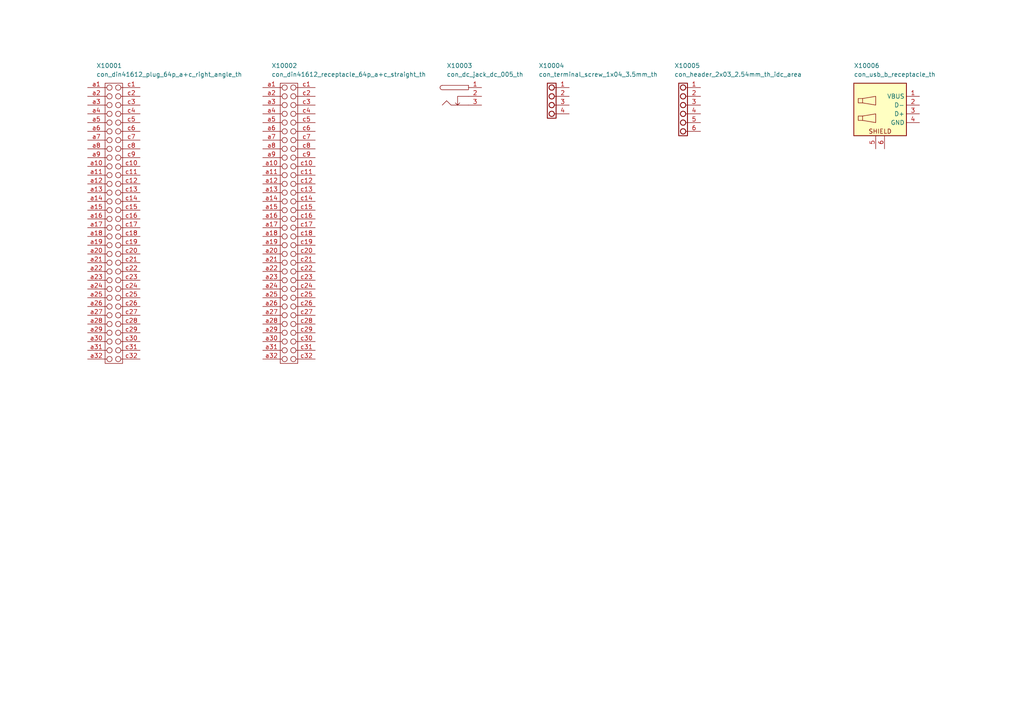
<source format=kicad_sch>
(kicad_sch
	(version 20231120)
	(generator "eeschema")
	(generator_version "8.0")
	(uuid "c895207d-1dcf-48f8-b6f8-2183fbb28fcd")
	(paper "A4")
	(title_block
		(title "Lily KiCad Library test")
		(date "2024-05-03")
		(rev "1")
		(company "LilyTronics")
	)
	(lib_symbols
		(symbol "lily_symbols:con_dc_jack_dc_005_th"
			(exclude_from_sim no)
			(in_bom yes)
			(on_board yes)
			(property "Reference" "X"
				(at -10.16 6.35 0)
				(effects
					(font
						(size 1.27 1.27)
					)
					(justify left)
				)
			)
			(property "Value" "con_dc_jack_dc_005_th"
				(at -10.16 3.81 0)
				(effects
					(font
						(size 1.27 1.27)
					)
					(justify left)
				)
			)
			(property "Footprint" "lily_footprints:con_dc_jack_dc_005_th"
				(at 0 -12.7 0)
				(effects
					(font
						(size 1.27 1.27)
					)
					(hide yes)
				)
			)
			(property "Datasheet" ""
				(at 0 0 0)
				(effects
					(font
						(size 1.27 1.27)
					)
					(hide yes)
				)
			)
			(property "Description" ""
				(at 0 0 0)
				(effects
					(font
						(size 1.27 1.27)
					)
					(hide yes)
				)
			)
			(property "Revision" "1"
				(at 0 -7.62 0)
				(effects
					(font
						(size 1.27 1.27)
					)
					(hide yes)
				)
			)
			(property "Status" "Active"
				(at 0 -10.16 0)
				(effects
					(font
						(size 1.27 1.27)
					)
					(hide yes)
				)
			)
			(property "Manufacturer" "XKB Connection"
				(at 0 -15.24 0)
				(effects
					(font
						(size 1.27 1.27)
					)
					(hide yes)
				)
			)
			(property "Manufacturer_ID" "DC-005-5A-2.0"
				(at 0 -17.78 0)
				(effects
					(font
						(size 1.27 1.27)
					)
					(hide yes)
				)
			)
			(property "Lily_ID" "1910-10008"
				(at -0.635 -20.32 0)
				(effects
					(font
						(size 1.27 1.27)
					)
					(hide yes)
				)
			)
			(property "JLCPCB_ID" "C381116"
				(at 0 -22.86 0)
				(effects
					(font
						(size 1.27 1.27)
					)
					(hide yes)
				)
			)
			(property "JLCPCB_STATUS" "Extended"
				(at 0 -25.4 0)
				(effects
					(font
						(size 1.27 1.27)
					)
					(hide yes)
				)
			)
			(symbol "con_dc_jack_dc_005_th_0_1"
				(arc
					(start -12.065 0)
					(mid -11.879 -0.449)
					(end -11.43 -0.635)
					(stroke
						(width 0)
						(type default)
					)
					(fill
						(type none)
					)
				)
				(arc
					(start -11.43 0.635)
					(mid -11.879 0.449)
					(end -12.065 0)
					(stroke
						(width 0)
						(type default)
					)
					(fill
						(type none)
					)
				)
				(polyline
					(pts
						(xy -11.43 0.635) (xy -3.81 0.635)
					)
					(stroke
						(width 0)
						(type default)
					)
					(fill
						(type none)
					)
				)
				(polyline
					(pts
						(xy -6.985 -5.08) (xy -6.35 -4.445)
					)
					(stroke
						(width 0)
						(type default)
					)
					(fill
						(type none)
					)
				)
				(polyline
					(pts
						(xy -3.81 0.635) (xy -3.81 -0.635) (xy -11.43 -0.635)
					)
					(stroke
						(width 0)
						(type default)
					)
					(fill
						(type none)
					)
				)
				(polyline
					(pts
						(xy -11.43 -5.08) (xy -10.16 -3.81) (xy -8.89 -5.08) (xy -3.81 -5.08)
					)
					(stroke
						(width 0)
						(type default)
					)
					(fill
						(type none)
					)
				)
				(polyline
					(pts
						(xy -3.81 -2.54) (xy -6.985 -2.54) (xy -6.985 -5.08) (xy -7.62 -4.445)
					)
					(stroke
						(width 0)
						(type default)
					)
					(fill
						(type none)
					)
				)
			)
			(symbol "con_dc_jack_dc_005_th_1_1"
				(pin passive line
					(at 0 0 180)
					(length 3.81)
					(name ""
						(effects
							(font
								(size 1.27 1.27)
							)
						)
					)
					(number "1"
						(effects
							(font
								(size 1.27 1.27)
							)
						)
					)
				)
				(pin passive line
					(at 0 -2.54 180)
					(length 3.81)
					(name ""
						(effects
							(font
								(size 1.27 1.27)
							)
						)
					)
					(number "2"
						(effects
							(font
								(size 1.27 1.27)
							)
						)
					)
				)
				(pin passive line
					(at 0 -5.08 180)
					(length 3.81)
					(name ""
						(effects
							(font
								(size 1.27 1.27)
							)
						)
					)
					(number "3"
						(effects
							(font
								(size 1.27 1.27)
							)
						)
					)
				)
			)
		)
		(symbol "lily_symbols:con_din41612_plug_64p_a+c_right_angle_th"
			(exclude_from_sim no)
			(in_bom yes)
			(on_board yes)
			(property "Reference" "X"
				(at 2.54 6.35 0)
				(effects
					(font
						(size 1.27 1.27)
					)
					(justify left)
				)
			)
			(property "Value" "con_din41612_plug_64p_a+c_right_angle_th"
				(at 2.54 3.81 0)
				(effects
					(font
						(size 1.27 1.27)
					)
					(justify left)
				)
			)
			(property "Footprint" "lily_footprints:con_din41612_plug_64p_a+c_right_angle_th"
				(at 7.62 -88.9 0)
				(effects
					(font
						(size 1.27 1.27)
					)
					(hide yes)
				)
			)
			(property "Datasheet" ""
				(at 0 0 0)
				(effects
					(font
						(size 1.27 1.27)
					)
					(hide yes)
				)
			)
			(property "Description" ""
				(at 0 0 0)
				(effects
					(font
						(size 1.27 1.27)
					)
					(hide yes)
				)
			)
			(property "Revision" "1"
				(at 7.62 -83.82 0)
				(effects
					(font
						(size 1.27 1.27)
					)
					(hide yes)
				)
			)
			(property "Status" "Active"
				(at 7.62 -86.36 0)
				(effects
					(font
						(size 1.27 1.27)
					)
					(hide yes)
				)
			)
			(property "Manufacturer" "Harting"
				(at 7.62 -91.44 0)
				(effects
					(font
						(size 1.27 1.27)
					)
					(hide yes)
				)
			)
			(property "Manufacturer_ID" "09031646921"
				(at 7.62 -93.98 0)
				(effects
					(font
						(size 1.27 1.27)
					)
					(hide yes)
				)
			)
			(property "Lily_ID" "1910-10006"
				(at 7.62 -96.52 0)
				(effects
					(font
						(size 1.27 1.27)
					)
					(hide yes)
				)
			)
			(property "JLCPCB_ID" "C698356"
				(at 7.62 -99.06 0)
				(effects
					(font
						(size 1.27 1.27)
					)
					(hide yes)
				)
			)
			(property "JLCPCB_STATUS" "Extended"
				(at 7.62 -101.6 0)
				(effects
					(font
						(size 1.27 1.27)
					)
					(hide yes)
				)
			)
			(symbol "con_din41612_plug_64p_a+c_right_angle_th_0_0"
				(polyline
					(pts
						(xy 5.08 -78.74) (xy 5.588 -78.74)
					)
					(stroke
						(width 0)
						(type default)
					)
					(fill
						(type none)
					)
				)
				(polyline
					(pts
						(xy 5.08 -76.2) (xy 5.588 -76.2)
					)
					(stroke
						(width 0)
						(type default)
					)
					(fill
						(type none)
					)
				)
				(polyline
					(pts
						(xy 5.08 -73.66) (xy 5.588 -73.66)
					)
					(stroke
						(width 0)
						(type default)
					)
					(fill
						(type none)
					)
				)
				(polyline
					(pts
						(xy 5.08 -71.12) (xy 5.588 -71.12)
					)
					(stroke
						(width 0)
						(type default)
					)
					(fill
						(type none)
					)
				)
				(polyline
					(pts
						(xy 5.08 -68.58) (xy 5.588 -68.58)
					)
					(stroke
						(width 0)
						(type default)
					)
					(fill
						(type none)
					)
				)
				(polyline
					(pts
						(xy 5.08 -66.04) (xy 5.588 -66.04)
					)
					(stroke
						(width 0)
						(type default)
					)
					(fill
						(type none)
					)
				)
				(polyline
					(pts
						(xy 5.08 -63.5) (xy 5.588 -63.5)
					)
					(stroke
						(width 0)
						(type default)
					)
					(fill
						(type none)
					)
				)
				(polyline
					(pts
						(xy 5.08 -60.96) (xy 5.588 -60.96)
					)
					(stroke
						(width 0)
						(type default)
					)
					(fill
						(type none)
					)
				)
				(polyline
					(pts
						(xy 5.08 -58.42) (xy 5.588 -58.42)
					)
					(stroke
						(width 0)
						(type default)
					)
					(fill
						(type none)
					)
				)
				(polyline
					(pts
						(xy 5.08 -55.88) (xy 5.588 -55.88)
					)
					(stroke
						(width 0)
						(type default)
					)
					(fill
						(type none)
					)
				)
				(polyline
					(pts
						(xy 5.08 -53.34) (xy 5.588 -53.34)
					)
					(stroke
						(width 0)
						(type default)
					)
					(fill
						(type none)
					)
				)
				(polyline
					(pts
						(xy 5.08 -50.8) (xy 5.588 -50.8)
					)
					(stroke
						(width 0)
						(type default)
					)
					(fill
						(type none)
					)
				)
				(polyline
					(pts
						(xy 5.08 -48.26) (xy 5.588 -48.26)
					)
					(stroke
						(width 0)
						(type default)
					)
					(fill
						(type none)
					)
				)
				(polyline
					(pts
						(xy 5.08 -45.72) (xy 5.588 -45.72)
					)
					(stroke
						(width 0)
						(type default)
					)
					(fill
						(type none)
					)
				)
				(polyline
					(pts
						(xy 5.08 -43.18) (xy 5.588 -43.18)
					)
					(stroke
						(width 0)
						(type default)
					)
					(fill
						(type none)
					)
				)
				(polyline
					(pts
						(xy 5.08 -40.64) (xy 5.588 -40.64)
					)
					(stroke
						(width 0)
						(type default)
					)
					(fill
						(type none)
					)
				)
				(polyline
					(pts
						(xy 5.08 -38.1) (xy 5.588 -38.1)
					)
					(stroke
						(width 0)
						(type default)
					)
					(fill
						(type none)
					)
				)
				(polyline
					(pts
						(xy 5.08 -35.56) (xy 5.588 -35.56)
					)
					(stroke
						(width 0)
						(type default)
					)
					(fill
						(type none)
					)
				)
				(polyline
					(pts
						(xy 5.08 -33.02) (xy 5.588 -33.02)
					)
					(stroke
						(width 0)
						(type default)
					)
					(fill
						(type none)
					)
				)
				(polyline
					(pts
						(xy 5.08 -30.48) (xy 5.588 -30.48)
					)
					(stroke
						(width 0)
						(type default)
					)
					(fill
						(type none)
					)
				)
				(polyline
					(pts
						(xy 5.08 -27.94) (xy 5.588 -27.94)
					)
					(stroke
						(width 0)
						(type default)
					)
					(fill
						(type none)
					)
				)
				(polyline
					(pts
						(xy 5.08 -25.4) (xy 5.588 -25.4)
					)
					(stroke
						(width 0)
						(type default)
					)
					(fill
						(type none)
					)
				)
				(polyline
					(pts
						(xy 5.08 -22.86) (xy 5.588 -22.86)
					)
					(stroke
						(width 0)
						(type default)
					)
					(fill
						(type none)
					)
				)
				(polyline
					(pts
						(xy 5.08 -20.32) (xy 5.588 -20.32)
					)
					(stroke
						(width 0)
						(type default)
					)
					(fill
						(type none)
					)
				)
				(polyline
					(pts
						(xy 5.08 -17.78) (xy 5.588 -17.78)
					)
					(stroke
						(width 0)
						(type default)
					)
					(fill
						(type none)
					)
				)
				(polyline
					(pts
						(xy 5.08 -15.24) (xy 5.588 -15.24)
					)
					(stroke
						(width 0)
						(type default)
					)
					(fill
						(type none)
					)
				)
				(polyline
					(pts
						(xy 5.08 -12.7) (xy 5.588 -12.7)
					)
					(stroke
						(width 0)
						(type default)
					)
					(fill
						(type none)
					)
				)
				(polyline
					(pts
						(xy 5.08 -10.16) (xy 5.588 -10.16)
					)
					(stroke
						(width 0)
						(type default)
					)
					(fill
						(type none)
					)
				)
				(polyline
					(pts
						(xy 5.08 -7.62) (xy 5.588 -7.62)
					)
					(stroke
						(width 0)
						(type default)
					)
					(fill
						(type none)
					)
				)
				(polyline
					(pts
						(xy 5.08 -5.08) (xy 5.588 -5.08)
					)
					(stroke
						(width 0)
						(type default)
					)
					(fill
						(type none)
					)
				)
				(polyline
					(pts
						(xy 5.08 -2.54) (xy 5.588 -2.54)
					)
					(stroke
						(width 0)
						(type default)
					)
					(fill
						(type none)
					)
				)
				(polyline
					(pts
						(xy 5.08 0) (xy 5.588 0)
					)
					(stroke
						(width 0)
						(type default)
					)
					(fill
						(type none)
					)
				)
				(polyline
					(pts
						(xy 9.652 -78.74) (xy 10.16 -78.74)
					)
					(stroke
						(width 0)
						(type default)
					)
					(fill
						(type none)
					)
				)
				(polyline
					(pts
						(xy 9.652 -76.2) (xy 10.16 -76.2)
					)
					(stroke
						(width 0)
						(type default)
					)
					(fill
						(type none)
					)
				)
				(polyline
					(pts
						(xy 9.652 -73.66) (xy 10.16 -73.66)
					)
					(stroke
						(width 0)
						(type default)
					)
					(fill
						(type none)
					)
				)
				(polyline
					(pts
						(xy 9.652 -71.12) (xy 10.16 -71.12)
					)
					(stroke
						(width 0)
						(type default)
					)
					(fill
						(type none)
					)
				)
				(polyline
					(pts
						(xy 9.652 -68.58) (xy 10.16 -68.58)
					)
					(stroke
						(width 0)
						(type default)
					)
					(fill
						(type none)
					)
				)
				(polyline
					(pts
						(xy 9.652 -66.04) (xy 10.16 -66.04)
					)
					(stroke
						(width 0)
						(type default)
					)
					(fill
						(type none)
					)
				)
				(polyline
					(pts
						(xy 9.652 -63.5) (xy 10.16 -63.5)
					)
					(stroke
						(width 0)
						(type default)
					)
					(fill
						(type none)
					)
				)
				(polyline
					(pts
						(xy 9.652 -60.96) (xy 10.16 -60.96)
					)
					(stroke
						(width 0)
						(type default)
					)
					(fill
						(type none)
					)
				)
				(polyline
					(pts
						(xy 9.652 -58.42) (xy 10.16 -58.42)
					)
					(stroke
						(width 0)
						(type default)
					)
					(fill
						(type none)
					)
				)
				(polyline
					(pts
						(xy 9.652 -55.88) (xy 10.16 -55.88)
					)
					(stroke
						(width 0)
						(type default)
					)
					(fill
						(type none)
					)
				)
				(polyline
					(pts
						(xy 9.652 -53.34) (xy 10.16 -53.34)
					)
					(stroke
						(width 0)
						(type default)
					)
					(fill
						(type none)
					)
				)
				(polyline
					(pts
						(xy 9.652 -50.8) (xy 10.16 -50.8)
					)
					(stroke
						(width 0)
						(type default)
					)
					(fill
						(type none)
					)
				)
				(polyline
					(pts
						(xy 9.652 -48.26) (xy 10.16 -48.26)
					)
					(stroke
						(width 0)
						(type default)
					)
					(fill
						(type none)
					)
				)
				(polyline
					(pts
						(xy 9.652 -45.72) (xy 10.16 -45.72)
					)
					(stroke
						(width 0)
						(type default)
					)
					(fill
						(type none)
					)
				)
				(polyline
					(pts
						(xy 9.652 -43.18) (xy 10.16 -43.18)
					)
					(stroke
						(width 0)
						(type default)
					)
					(fill
						(type none)
					)
				)
				(polyline
					(pts
						(xy 9.652 -40.64) (xy 10.16 -40.64)
					)
					(stroke
						(width 0)
						(type default)
					)
					(fill
						(type none)
					)
				)
				(polyline
					(pts
						(xy 9.652 -38.1) (xy 10.16 -38.1)
					)
					(stroke
						(width 0)
						(type default)
					)
					(fill
						(type none)
					)
				)
				(polyline
					(pts
						(xy 9.652 -35.56) (xy 10.16 -35.56)
					)
					(stroke
						(width 0)
						(type default)
					)
					(fill
						(type none)
					)
				)
				(polyline
					(pts
						(xy 9.652 -33.02) (xy 10.16 -33.02)
					)
					(stroke
						(width 0)
						(type default)
					)
					(fill
						(type none)
					)
				)
				(polyline
					(pts
						(xy 9.652 -30.48) (xy 10.16 -30.48)
					)
					(stroke
						(width 0)
						(type default)
					)
					(fill
						(type none)
					)
				)
				(polyline
					(pts
						(xy 9.652 -27.94) (xy 10.16 -27.94)
					)
					(stroke
						(width 0)
						(type default)
					)
					(fill
						(type none)
					)
				)
				(polyline
					(pts
						(xy 9.652 -25.4) (xy 10.16 -25.4)
					)
					(stroke
						(width 0)
						(type default)
					)
					(fill
						(type none)
					)
				)
				(polyline
					(pts
						(xy 9.652 -22.86) (xy 10.16 -22.86)
					)
					(stroke
						(width 0)
						(type default)
					)
					(fill
						(type none)
					)
				)
				(polyline
					(pts
						(xy 9.652 -20.32) (xy 10.16 -20.32)
					)
					(stroke
						(width 0)
						(type default)
					)
					(fill
						(type none)
					)
				)
				(polyline
					(pts
						(xy 9.652 -17.78) (xy 10.16 -17.78)
					)
					(stroke
						(width 0)
						(type default)
					)
					(fill
						(type none)
					)
				)
				(polyline
					(pts
						(xy 9.652 -15.24) (xy 10.16 -15.24)
					)
					(stroke
						(width 0)
						(type default)
					)
					(fill
						(type none)
					)
				)
				(polyline
					(pts
						(xy 9.652 -12.7) (xy 10.16 -12.7)
					)
					(stroke
						(width 0)
						(type default)
					)
					(fill
						(type none)
					)
				)
				(polyline
					(pts
						(xy 9.652 -10.16) (xy 10.16 -10.16)
					)
					(stroke
						(width 0)
						(type default)
					)
					(fill
						(type none)
					)
				)
				(polyline
					(pts
						(xy 9.652 -7.62) (xy 10.16 -7.62)
					)
					(stroke
						(width 0)
						(type default)
					)
					(fill
						(type none)
					)
				)
				(polyline
					(pts
						(xy 9.652 -5.08) (xy 10.16 -5.08)
					)
					(stroke
						(width 0)
						(type default)
					)
					(fill
						(type none)
					)
				)
				(polyline
					(pts
						(xy 9.652 -2.54) (xy 10.16 -2.54)
					)
					(stroke
						(width 0)
						(type default)
					)
					(fill
						(type none)
					)
				)
				(polyline
					(pts
						(xy 9.652 0) (xy 10.16 0)
					)
					(stroke
						(width 0)
						(type default)
					)
					(fill
						(type none)
					)
				)
				(rectangle
					(start 5.08 1.27)
					(end 10.16 -80.01)
					(stroke
						(width 0)
						(type default)
					)
					(fill
						(type none)
					)
				)
				(circle
					(center 6.35 -78.74)
					(radius 0.762)
					(stroke
						(width 0)
						(type default)
					)
					(fill
						(type none)
					)
				)
				(circle
					(center 6.35 -76.2)
					(radius 0.762)
					(stroke
						(width 0)
						(type default)
					)
					(fill
						(type none)
					)
				)
				(circle
					(center 6.35 -73.66)
					(radius 0.762)
					(stroke
						(width 0)
						(type default)
					)
					(fill
						(type none)
					)
				)
				(circle
					(center 6.35 -71.12)
					(radius 0.762)
					(stroke
						(width 0)
						(type default)
					)
					(fill
						(type none)
					)
				)
				(circle
					(center 6.35 -68.58)
					(radius 0.762)
					(stroke
						(width 0)
						(type default)
					)
					(fill
						(type none)
					)
				)
				(circle
					(center 6.35 -66.04)
					(radius 0.762)
					(stroke
						(width 0)
						(type default)
					)
					(fill
						(type none)
					)
				)
				(circle
					(center 6.35 -63.5)
					(radius 0.762)
					(stroke
						(width 0)
						(type default)
					)
					(fill
						(type none)
					)
				)
				(circle
					(center 6.35 -60.96)
					(radius 0.762)
					(stroke
						(width 0)
						(type default)
					)
					(fill
						(type none)
					)
				)
				(circle
					(center 6.35 -58.42)
					(radius 0.762)
					(stroke
						(width 0)
						(type default)
					)
					(fill
						(type none)
					)
				)
				(circle
					(center 6.35 -55.88)
					(radius 0.762)
					(stroke
						(width 0)
						(type default)
					)
					(fill
						(type none)
					)
				)
				(circle
					(center 6.35 -53.34)
					(radius 0.762)
					(stroke
						(width 0)
						(type default)
					)
					(fill
						(type none)
					)
				)
				(circle
					(center 6.35 -50.8)
					(radius 0.762)
					(stroke
						(width 0)
						(type default)
					)
					(fill
						(type none)
					)
				)
				(circle
					(center 6.35 -48.26)
					(radius 0.762)
					(stroke
						(width 0)
						(type default)
					)
					(fill
						(type none)
					)
				)
				(circle
					(center 6.35 -45.72)
					(radius 0.762)
					(stroke
						(width 0)
						(type default)
					)
					(fill
						(type none)
					)
				)
				(circle
					(center 6.35 -43.18)
					(radius 0.762)
					(stroke
						(width 0)
						(type default)
					)
					(fill
						(type none)
					)
				)
				(circle
					(center 6.35 -40.64)
					(radius 0.762)
					(stroke
						(width 0)
						(type default)
					)
					(fill
						(type none)
					)
				)
				(circle
					(center 6.35 -38.1)
					(radius 0.762)
					(stroke
						(width 0)
						(type default)
					)
					(fill
						(type none)
					)
				)
				(circle
					(center 6.35 -35.56)
					(radius 0.762)
					(stroke
						(width 0)
						(type default)
					)
					(fill
						(type none)
					)
				)
				(circle
					(center 6.35 -33.02)
					(radius 0.762)
					(stroke
						(width 0)
						(type default)
					)
					(fill
						(type none)
					)
				)
				(circle
					(center 6.35 -30.48)
					(radius 0.762)
					(stroke
						(width 0)
						(type default)
					)
					(fill
						(type none)
					)
				)
				(circle
					(center 6.35 -27.94)
					(radius 0.762)
					(stroke
						(width 0)
						(type default)
					)
					(fill
						(type none)
					)
				)
				(circle
					(center 6.35 -25.4)
					(radius 0.762)
					(stroke
						(width 0)
						(type default)
					)
					(fill
						(type none)
					)
				)
				(circle
					(center 6.35 -22.86)
					(radius 0.762)
					(stroke
						(width 0)
						(type default)
					)
					(fill
						(type none)
					)
				)
				(circle
					(center 6.35 -20.32)
					(radius 0.762)
					(stroke
						(width 0)
						(type default)
					)
					(fill
						(type none)
					)
				)
				(circle
					(center 6.35 -17.78)
					(radius 0.762)
					(stroke
						(width 0)
						(type default)
					)
					(fill
						(type none)
					)
				)
				(circle
					(center 6.35 -15.24)
					(radius 0.762)
					(stroke
						(width 0)
						(type default)
					)
					(fill
						(type none)
					)
				)
				(circle
					(center 6.35 -12.7)
					(radius 0.762)
					(stroke
						(width 0)
						(type default)
					)
					(fill
						(type none)
					)
				)
				(circle
					(center 6.35 -10.16)
					(radius 0.762)
					(stroke
						(width 0)
						(type default)
					)
					(fill
						(type none)
					)
				)
				(circle
					(center 6.35 -7.62)
					(radius 0.762)
					(stroke
						(width 0)
						(type default)
					)
					(fill
						(type none)
					)
				)
				(circle
					(center 6.35 -5.08)
					(radius 0.762)
					(stroke
						(width 0)
						(type default)
					)
					(fill
						(type none)
					)
				)
				(circle
					(center 6.35 -2.54)
					(radius 0.762)
					(stroke
						(width 0)
						(type default)
					)
					(fill
						(type none)
					)
				)
				(circle
					(center 6.35 0)
					(radius 0.762)
					(stroke
						(width 0)
						(type default)
					)
					(fill
						(type none)
					)
				)
				(circle
					(center 8.89 -78.74)
					(radius 0.762)
					(stroke
						(width 0)
						(type default)
					)
					(fill
						(type none)
					)
				)
				(circle
					(center 8.89 -76.2)
					(radius 0.762)
					(stroke
						(width 0)
						(type default)
					)
					(fill
						(type none)
					)
				)
				(circle
					(center 8.89 -73.66)
					(radius 0.762)
					(stroke
						(width 0)
						(type default)
					)
					(fill
						(type none)
					)
				)
				(circle
					(center 8.89 -71.12)
					(radius 0.762)
					(stroke
						(width 0)
						(type default)
					)
					(fill
						(type none)
					)
				)
				(circle
					(center 8.89 -68.58)
					(radius 0.762)
					(stroke
						(width 0)
						(type default)
					)
					(fill
						(type none)
					)
				)
				(circle
					(center 8.89 -66.04)
					(radius 0.762)
					(stroke
						(width 0)
						(type default)
					)
					(fill
						(type none)
					)
				)
				(circle
					(center 8.89 -63.5)
					(radius 0.762)
					(stroke
						(width 0)
						(type default)
					)
					(fill
						(type none)
					)
				)
				(circle
					(center 8.89 -60.96)
					(radius 0.762)
					(stroke
						(width 0)
						(type default)
					)
					(fill
						(type none)
					)
				)
				(circle
					(center 8.89 -58.42)
					(radius 0.762)
					(stroke
						(width 0)
						(type default)
					)
					(fill
						(type none)
					)
				)
				(circle
					(center 8.89 -55.88)
					(radius 0.762)
					(stroke
						(width 0)
						(type default)
					)
					(fill
						(type none)
					)
				)
				(circle
					(center 8.89 -53.34)
					(radius 0.762)
					(stroke
						(width 0)
						(type default)
					)
					(fill
						(type none)
					)
				)
				(circle
					(center 8.89 -50.8)
					(radius 0.762)
					(stroke
						(width 0)
						(type default)
					)
					(fill
						(type none)
					)
				)
				(circle
					(center 8.89 -48.26)
					(radius 0.762)
					(stroke
						(width 0)
						(type default)
					)
					(fill
						(type none)
					)
				)
				(circle
					(center 8.89 -45.72)
					(radius 0.762)
					(stroke
						(width 0)
						(type default)
					)
					(fill
						(type none)
					)
				)
				(circle
					(center 8.89 -43.18)
					(radius 0.762)
					(stroke
						(width 0)
						(type default)
					)
					(fill
						(type none)
					)
				)
				(circle
					(center 8.89 -40.64)
					(radius 0.762)
					(stroke
						(width 0)
						(type default)
					)
					(fill
						(type none)
					)
				)
				(circle
					(center 8.89 -38.1)
					(radius 0.762)
					(stroke
						(width 0)
						(type default)
					)
					(fill
						(type none)
					)
				)
				(circle
					(center 8.89 -35.56)
					(radius 0.762)
					(stroke
						(width 0)
						(type default)
					)
					(fill
						(type none)
					)
				)
				(circle
					(center 8.89 -33.02)
					(radius 0.762)
					(stroke
						(width 0)
						(type default)
					)
					(fill
						(type none)
					)
				)
				(circle
					(center 8.89 -30.48)
					(radius 0.762)
					(stroke
						(width 0)
						(type default)
					)
					(fill
						(type none)
					)
				)
				(circle
					(center 8.89 -27.94)
					(radius 0.762)
					(stroke
						(width 0)
						(type default)
					)
					(fill
						(type none)
					)
				)
				(circle
					(center 8.89 -25.4)
					(radius 0.762)
					(stroke
						(width 0)
						(type default)
					)
					(fill
						(type none)
					)
				)
				(circle
					(center 8.89 -22.86)
					(radius 0.762)
					(stroke
						(width 0)
						(type default)
					)
					(fill
						(type none)
					)
				)
				(circle
					(center 8.89 -20.32)
					(radius 0.762)
					(stroke
						(width 0)
						(type default)
					)
					(fill
						(type none)
					)
				)
				(circle
					(center 8.89 -17.78)
					(radius 0.762)
					(stroke
						(width 0)
						(type default)
					)
					(fill
						(type none)
					)
				)
				(circle
					(center 8.89 -15.24)
					(radius 0.762)
					(stroke
						(width 0)
						(type default)
					)
					(fill
						(type none)
					)
				)
				(circle
					(center 8.89 -12.7)
					(radius 0.762)
					(stroke
						(width 0)
						(type default)
					)
					(fill
						(type none)
					)
				)
				(circle
					(center 8.89 -10.16)
					(radius 0.762)
					(stroke
						(width 0)
						(type default)
					)
					(fill
						(type none)
					)
				)
				(circle
					(center 8.89 -7.62)
					(radius 0.762)
					(stroke
						(width 0)
						(type default)
					)
					(fill
						(type none)
					)
				)
				(circle
					(center 8.89 -5.08)
					(radius 0.762)
					(stroke
						(width 0)
						(type default)
					)
					(fill
						(type none)
					)
				)
				(circle
					(center 8.89 -2.54)
					(radius 0.762)
					(stroke
						(width 0)
						(type default)
					)
					(fill
						(type none)
					)
				)
				(circle
					(center 8.89 0)
					(radius 0.762)
					(stroke
						(width 0)
						(type default)
					)
					(fill
						(type none)
					)
				)
			)
			(symbol "con_din41612_plug_64p_a+c_right_angle_th_1_1"
				(pin passive line
					(at 0 0 0)
					(length 5.08)
					(name ""
						(effects
							(font
								(size 1.27 1.27)
							)
						)
					)
					(number "a1"
						(effects
							(font
								(size 1.27 1.27)
							)
						)
					)
				)
				(pin passive line
					(at 0 -22.86 0)
					(length 5.08)
					(name ""
						(effects
							(font
								(size 1.27 1.27)
							)
						)
					)
					(number "a10"
						(effects
							(font
								(size 1.27 1.27)
							)
						)
					)
				)
				(pin passive line
					(at 0 -25.4 0)
					(length 5.08)
					(name ""
						(effects
							(font
								(size 1.27 1.27)
							)
						)
					)
					(number "a11"
						(effects
							(font
								(size 1.27 1.27)
							)
						)
					)
				)
				(pin passive line
					(at 0 -27.94 0)
					(length 5.08)
					(name ""
						(effects
							(font
								(size 1.27 1.27)
							)
						)
					)
					(number "a12"
						(effects
							(font
								(size 1.27 1.27)
							)
						)
					)
				)
				(pin passive line
					(at 0 -30.48 0)
					(length 5.08)
					(name ""
						(effects
							(font
								(size 1.27 1.27)
							)
						)
					)
					(number "a13"
						(effects
							(font
								(size 1.27 1.27)
							)
						)
					)
				)
				(pin passive line
					(at 0 -33.02 0)
					(length 5.08)
					(name ""
						(effects
							(font
								(size 1.27 1.27)
							)
						)
					)
					(number "a14"
						(effects
							(font
								(size 1.27 1.27)
							)
						)
					)
				)
				(pin passive line
					(at 0 -35.56 0)
					(length 5.08)
					(name ""
						(effects
							(font
								(size 1.27 1.27)
							)
						)
					)
					(number "a15"
						(effects
							(font
								(size 1.27 1.27)
							)
						)
					)
				)
				(pin passive line
					(at 0 -38.1 0)
					(length 5.08)
					(name ""
						(effects
							(font
								(size 1.27 1.27)
							)
						)
					)
					(number "a16"
						(effects
							(font
								(size 1.27 1.27)
							)
						)
					)
				)
				(pin passive line
					(at 0 -40.64 0)
					(length 5.08)
					(name ""
						(effects
							(font
								(size 1.27 1.27)
							)
						)
					)
					(number "a17"
						(effects
							(font
								(size 1.27 1.27)
							)
						)
					)
				)
				(pin passive line
					(at 0 -43.18 0)
					(length 5.08)
					(name ""
						(effects
							(font
								(size 1.27 1.27)
							)
						)
					)
					(number "a18"
						(effects
							(font
								(size 1.27 1.27)
							)
						)
					)
				)
				(pin passive line
					(at 0 -45.72 0)
					(length 5.08)
					(name ""
						(effects
							(font
								(size 1.27 1.27)
							)
						)
					)
					(number "a19"
						(effects
							(font
								(size 1.27 1.27)
							)
						)
					)
				)
				(pin passive line
					(at 0 -2.54 0)
					(length 5.08)
					(name ""
						(effects
							(font
								(size 1.27 1.27)
							)
						)
					)
					(number "a2"
						(effects
							(font
								(size 1.27 1.27)
							)
						)
					)
				)
				(pin passive line
					(at 0 -48.26 0)
					(length 5.08)
					(name ""
						(effects
							(font
								(size 1.27 1.27)
							)
						)
					)
					(number "a20"
						(effects
							(font
								(size 1.27 1.27)
							)
						)
					)
				)
				(pin passive line
					(at 0 -50.8 0)
					(length 5.08)
					(name ""
						(effects
							(font
								(size 1.27 1.27)
							)
						)
					)
					(number "a21"
						(effects
							(font
								(size 1.27 1.27)
							)
						)
					)
				)
				(pin passive line
					(at 0 -53.34 0)
					(length 5.08)
					(name ""
						(effects
							(font
								(size 1.27 1.27)
							)
						)
					)
					(number "a22"
						(effects
							(font
								(size 1.27 1.27)
							)
						)
					)
				)
				(pin passive line
					(at 0 -55.88 0)
					(length 5.08)
					(name ""
						(effects
							(font
								(size 1.27 1.27)
							)
						)
					)
					(number "a23"
						(effects
							(font
								(size 1.27 1.27)
							)
						)
					)
				)
				(pin passive line
					(at 0 -58.42 0)
					(length 5.08)
					(name ""
						(effects
							(font
								(size 1.27 1.27)
							)
						)
					)
					(number "a24"
						(effects
							(font
								(size 1.27 1.27)
							)
						)
					)
				)
				(pin passive line
					(at 0 -60.96 0)
					(length 5.08)
					(name ""
						(effects
							(font
								(size 1.27 1.27)
							)
						)
					)
					(number "a25"
						(effects
							(font
								(size 1.27 1.27)
							)
						)
					)
				)
				(pin passive line
					(at 0 -63.5 0)
					(length 5.08)
					(name ""
						(effects
							(font
								(size 1.27 1.27)
							)
						)
					)
					(number "a26"
						(effects
							(font
								(size 1.27 1.27)
							)
						)
					)
				)
				(pin passive line
					(at 0 -66.04 0)
					(length 5.08)
					(name ""
						(effects
							(font
								(size 1.27 1.27)
							)
						)
					)
					(number "a27"
						(effects
							(font
								(size 1.27 1.27)
							)
						)
					)
				)
				(pin passive line
					(at 0 -68.58 0)
					(length 5.08)
					(name ""
						(effects
							(font
								(size 1.27 1.27)
							)
						)
					)
					(number "a28"
						(effects
							(font
								(size 1.27 1.27)
							)
						)
					)
				)
				(pin passive line
					(at 0 -71.12 0)
					(length 5.08)
					(name ""
						(effects
							(font
								(size 1.27 1.27)
							)
						)
					)
					(number "a29"
						(effects
							(font
								(size 1.27 1.27)
							)
						)
					)
				)
				(pin passive line
					(at 0 -5.08 0)
					(length 5.08)
					(name ""
						(effects
							(font
								(size 1.27 1.27)
							)
						)
					)
					(number "a3"
						(effects
							(font
								(size 1.27 1.27)
							)
						)
					)
				)
				(pin passive line
					(at 0 -73.66 0)
					(length 5.08)
					(name ""
						(effects
							(font
								(size 1.27 1.27)
							)
						)
					)
					(number "a30"
						(effects
							(font
								(size 1.27 1.27)
							)
						)
					)
				)
				(pin passive line
					(at 0 -76.2 0)
					(length 5.08)
					(name ""
						(effects
							(font
								(size 1.27 1.27)
							)
						)
					)
					(number "a31"
						(effects
							(font
								(size 1.27 1.27)
							)
						)
					)
				)
				(pin passive line
					(at 0 -78.74 0)
					(length 5.08)
					(name ""
						(effects
							(font
								(size 1.27 1.27)
							)
						)
					)
					(number "a32"
						(effects
							(font
								(size 1.27 1.27)
							)
						)
					)
				)
				(pin passive line
					(at 0 -7.62 0)
					(length 5.08)
					(name ""
						(effects
							(font
								(size 1.27 1.27)
							)
						)
					)
					(number "a4"
						(effects
							(font
								(size 1.27 1.27)
							)
						)
					)
				)
				(pin passive line
					(at 0 -10.16 0)
					(length 5.08)
					(name ""
						(effects
							(font
								(size 1.27 1.27)
							)
						)
					)
					(number "a5"
						(effects
							(font
								(size 1.27 1.27)
							)
						)
					)
				)
				(pin passive line
					(at 0 -12.7 0)
					(length 5.08)
					(name ""
						(effects
							(font
								(size 1.27 1.27)
							)
						)
					)
					(number "a6"
						(effects
							(font
								(size 1.27 1.27)
							)
						)
					)
				)
				(pin passive line
					(at 0 -15.24 0)
					(length 5.08)
					(name ""
						(effects
							(font
								(size 1.27 1.27)
							)
						)
					)
					(number "a7"
						(effects
							(font
								(size 1.27 1.27)
							)
						)
					)
				)
				(pin passive line
					(at 0 -17.78 0)
					(length 5.08)
					(name ""
						(effects
							(font
								(size 1.27 1.27)
							)
						)
					)
					(number "a8"
						(effects
							(font
								(size 1.27 1.27)
							)
						)
					)
				)
				(pin passive line
					(at 0 -20.32 0)
					(length 5.08)
					(name ""
						(effects
							(font
								(size 1.27 1.27)
							)
						)
					)
					(number "a9"
						(effects
							(font
								(size 1.27 1.27)
							)
						)
					)
				)
				(pin passive line
					(at 15.24 0 180)
					(length 5.08)
					(name ""
						(effects
							(font
								(size 1.27 1.27)
							)
						)
					)
					(number "c1"
						(effects
							(font
								(size 1.27 1.27)
							)
						)
					)
				)
				(pin passive line
					(at 15.24 -22.86 180)
					(length 5.08)
					(name ""
						(effects
							(font
								(size 1.27 1.27)
							)
						)
					)
					(number "c10"
						(effects
							(font
								(size 1.27 1.27)
							)
						)
					)
				)
				(pin passive line
					(at 15.24 -25.4 180)
					(length 5.08)
					(name ""
						(effects
							(font
								(size 1.27 1.27)
							)
						)
					)
					(number "c11"
						(effects
							(font
								(size 1.27 1.27)
							)
						)
					)
				)
				(pin passive line
					(at 15.24 -27.94 180)
					(length 5.08)
					(name ""
						(effects
							(font
								(size 1.27 1.27)
							)
						)
					)
					(number "c12"
						(effects
							(font
								(size 1.27 1.27)
							)
						)
					)
				)
				(pin passive line
					(at 15.24 -30.48 180)
					(length 5.08)
					(name ""
						(effects
							(font
								(size 1.27 1.27)
							)
						)
					)
					(number "c13"
						(effects
							(font
								(size 1.27 1.27)
							)
						)
					)
				)
				(pin passive line
					(at 15.24 -33.02 180)
					(length 5.08)
					(name ""
						(effects
							(font
								(size 1.27 1.27)
							)
						)
					)
					(number "c14"
						(effects
							(font
								(size 1.27 1.27)
							)
						)
					)
				)
				(pin passive line
					(at 15.24 -35.56 180)
					(length 5.08)
					(name ""
						(effects
							(font
								(size 1.27 1.27)
							)
						)
					)
					(number "c15"
						(effects
							(font
								(size 1.27 1.27)
							)
						)
					)
				)
				(pin passive line
					(at 15.24 -38.1 180)
					(length 5.08)
					(name ""
						(effects
							(font
								(size 1.27 1.27)
							)
						)
					)
					(number "c16"
						(effects
							(font
								(size 1.27 1.27)
							)
						)
					)
				)
				(pin passive line
					(at 15.24 -40.64 180)
					(length 5.08)
					(name ""
						(effects
							(font
								(size 1.27 1.27)
							)
						)
					)
					(number "c17"
						(effects
							(font
								(size 1.27 1.27)
							)
						)
					)
				)
				(pin passive line
					(at 15.24 -43.18 180)
					(length 5.08)
					(name ""
						(effects
							(font
								(size 1.27 1.27)
							)
						)
					)
					(number "c18"
						(effects
							(font
								(size 1.27 1.27)
							)
						)
					)
				)
				(pin passive line
					(at 15.24 -45.72 180)
					(length 5.08)
					(name ""
						(effects
							(font
								(size 1.27 1.27)
							)
						)
					)
					(number "c19"
						(effects
							(font
								(size 1.27 1.27)
							)
						)
					)
				)
				(pin passive line
					(at 15.24 -2.54 180)
					(length 5.08)
					(name ""
						(effects
							(font
								(size 1.27 1.27)
							)
						)
					)
					(number "c2"
						(effects
							(font
								(size 1.27 1.27)
							)
						)
					)
				)
				(pin passive line
					(at 15.24 -48.26 180)
					(length 5.08)
					(name ""
						(effects
							(font
								(size 1.27 1.27)
							)
						)
					)
					(number "c20"
						(effects
							(font
								(size 1.27 1.27)
							)
						)
					)
				)
				(pin passive line
					(at 15.24 -50.8 180)
					(length 5.08)
					(name ""
						(effects
							(font
								(size 1.27 1.27)
							)
						)
					)
					(number "c21"
						(effects
							(font
								(size 1.27 1.27)
							)
						)
					)
				)
				(pin passive line
					(at 15.24 -53.34 180)
					(length 5.08)
					(name ""
						(effects
							(font
								(size 1.27 1.27)
							)
						)
					)
					(number "c22"
						(effects
							(font
								(size 1.27 1.27)
							)
						)
					)
				)
				(pin passive line
					(at 15.24 -55.88 180)
					(length 5.08)
					(name ""
						(effects
							(font
								(size 1.27 1.27)
							)
						)
					)
					(number "c23"
						(effects
							(font
								(size 1.27 1.27)
							)
						)
					)
				)
				(pin passive line
					(at 15.24 -58.42 180)
					(length 5.08)
					(name ""
						(effects
							(font
								(size 1.27 1.27)
							)
						)
					)
					(number "c24"
						(effects
							(font
								(size 1.27 1.27)
							)
						)
					)
				)
				(pin passive line
					(at 15.24 -60.96 180)
					(length 5.08)
					(name ""
						(effects
							(font
								(size 1.27 1.27)
							)
						)
					)
					(number "c25"
						(effects
							(font
								(size 1.27 1.27)
							)
						)
					)
				)
				(pin passive line
					(at 15.24 -63.5 180)
					(length 5.08)
					(name ""
						(effects
							(font
								(size 1.27 1.27)
							)
						)
					)
					(number "c26"
						(effects
							(font
								(size 1.27 1.27)
							)
						)
					)
				)
				(pin passive line
					(at 15.24 -66.04 180)
					(length 5.08)
					(name ""
						(effects
							(font
								(size 1.27 1.27)
							)
						)
					)
					(number "c27"
						(effects
							(font
								(size 1.27 1.27)
							)
						)
					)
				)
				(pin passive line
					(at 15.24 -68.58 180)
					(length 5.08)
					(name ""
						(effects
							(font
								(size 1.27 1.27)
							)
						)
					)
					(number "c28"
						(effects
							(font
								(size 1.27 1.27)
							)
						)
					)
				)
				(pin passive line
					(at 15.24 -71.12 180)
					(length 5.08)
					(name ""
						(effects
							(font
								(size 1.27 1.27)
							)
						)
					)
					(number "c29"
						(effects
							(font
								(size 1.27 1.27)
							)
						)
					)
				)
				(pin passive line
					(at 15.24 -5.08 180)
					(length 5.08)
					(name ""
						(effects
							(font
								(size 1.27 1.27)
							)
						)
					)
					(number "c3"
						(effects
							(font
								(size 1.27 1.27)
							)
						)
					)
				)
				(pin passive line
					(at 15.24 -73.66 180)
					(length 5.08)
					(name ""
						(effects
							(font
								(size 1.27 1.27)
							)
						)
					)
					(number "c30"
						(effects
							(font
								(size 1.27 1.27)
							)
						)
					)
				)
				(pin passive line
					(at 15.24 -76.2 180)
					(length 5.08)
					(name ""
						(effects
							(font
								(size 1.27 1.27)
							)
						)
					)
					(number "c31"
						(effects
							(font
								(size 1.27 1.27)
							)
						)
					)
				)
				(pin passive line
					(at 15.24 -78.74 180)
					(length 5.08)
					(name ""
						(effects
							(font
								(size 1.27 1.27)
							)
						)
					)
					(number "c32"
						(effects
							(font
								(size 1.27 1.27)
							)
						)
					)
				)
				(pin passive line
					(at 15.24 -7.62 180)
					(length 5.08)
					(name ""
						(effects
							(font
								(size 1.27 1.27)
							)
						)
					)
					(number "c4"
						(effects
							(font
								(size 1.27 1.27)
							)
						)
					)
				)
				(pin passive line
					(at 15.24 -10.16 180)
					(length 5.08)
					(name ""
						(effects
							(font
								(size 1.27 1.27)
							)
						)
					)
					(number "c5"
						(effects
							(font
								(size 1.27 1.27)
							)
						)
					)
				)
				(pin passive line
					(at 15.24 -12.7 180)
					(length 5.08)
					(name ""
						(effects
							(font
								(size 1.27 1.27)
							)
						)
					)
					(number "c6"
						(effects
							(font
								(size 1.27 1.27)
							)
						)
					)
				)
				(pin passive line
					(at 15.24 -15.24 180)
					(length 5.08)
					(name ""
						(effects
							(font
								(size 1.27 1.27)
							)
						)
					)
					(number "c7"
						(effects
							(font
								(size 1.27 1.27)
							)
						)
					)
				)
				(pin passive line
					(at 15.24 -17.78 180)
					(length 5.08)
					(name ""
						(effects
							(font
								(size 1.27 1.27)
							)
						)
					)
					(number "c8"
						(effects
							(font
								(size 1.27 1.27)
							)
						)
					)
				)
				(pin passive line
					(at 15.24 -20.32 180)
					(length 5.08)
					(name ""
						(effects
							(font
								(size 1.27 1.27)
							)
						)
					)
					(number "c9"
						(effects
							(font
								(size 1.27 1.27)
							)
						)
					)
				)
			)
		)
		(symbol "lily_symbols:con_din41612_receptacle_64p_a+c_straight_th"
			(exclude_from_sim no)
			(in_bom yes)
			(on_board yes)
			(property "Reference" "X"
				(at 2.54 6.35 0)
				(effects
					(font
						(size 1.27 1.27)
					)
					(justify left)
				)
			)
			(property "Value" "con_din41612_receptacle_64p_a+c_straight_th"
				(at 2.54 3.81 0)
				(effects
					(font
						(size 1.27 1.27)
					)
					(justify left)
				)
			)
			(property "Footprint" "lily_footprints:con_din41612_receptacle_64p_a+c_straight_th"
				(at 7.62 -86.36 0)
				(effects
					(font
						(size 1.27 1.27)
					)
					(hide yes)
				)
			)
			(property "Datasheet" ""
				(at 0 0 0)
				(effects
					(font
						(size 1.27 1.27)
					)
					(hide yes)
				)
			)
			(property "Description" ""
				(at 0 0 0)
				(effects
					(font
						(size 1.27 1.27)
					)
					(hide yes)
				)
			)
			(property "Revision" "1"
				(at 7.62 -81.28 0)
				(effects
					(font
						(size 1.27 1.27)
					)
					(hide yes)
				)
			)
			(property "Status" "Active"
				(at 7.62 -83.82 0)
				(effects
					(font
						(size 1.27 1.27)
					)
					(hide yes)
				)
			)
			(property "Manufacturer" "Amphenol ICC"
				(at 7.62 -88.9 0)
				(effects
					(font
						(size 1.27 1.27)
					)
					(hide yes)
				)
			)
			(property "Manufacturer_ID" "86094648114755V1LF"
				(at 7.62 -91.44 0)
				(effects
					(font
						(size 1.27 1.27)
					)
					(hide yes)
				)
			)
			(property "Lily_ID" "1910-10005"
				(at 7.62 -93.98 0)
				(effects
					(font
						(size 1.27 1.27)
					)
					(hide yes)
				)
			)
			(property "JLCPCB_ID" "C599080"
				(at 7.62 -96.52 0)
				(effects
					(font
						(size 1.27 1.27)
					)
					(hide yes)
				)
			)
			(property "JLCPCB_STATUS" "Extended"
				(at 7.62 -99.06 0)
				(effects
					(font
						(size 1.27 1.27)
					)
					(hide yes)
				)
			)
			(symbol "con_din41612_receptacle_64p_a+c_straight_th_0_0"
				(polyline
					(pts
						(xy 5.08 -78.74) (xy 5.588 -78.74)
					)
					(stroke
						(width 0)
						(type default)
					)
					(fill
						(type none)
					)
				)
				(polyline
					(pts
						(xy 5.08 -76.2) (xy 5.588 -76.2)
					)
					(stroke
						(width 0)
						(type default)
					)
					(fill
						(type none)
					)
				)
				(polyline
					(pts
						(xy 5.08 -73.66) (xy 5.588 -73.66)
					)
					(stroke
						(width 0)
						(type default)
					)
					(fill
						(type none)
					)
				)
				(polyline
					(pts
						(xy 5.08 -71.12) (xy 5.588 -71.12)
					)
					(stroke
						(width 0)
						(type default)
					)
					(fill
						(type none)
					)
				)
				(polyline
					(pts
						(xy 5.08 -68.58) (xy 5.588 -68.58)
					)
					(stroke
						(width 0)
						(type default)
					)
					(fill
						(type none)
					)
				)
				(polyline
					(pts
						(xy 5.08 -66.04) (xy 5.588 -66.04)
					)
					(stroke
						(width 0)
						(type default)
					)
					(fill
						(type none)
					)
				)
				(polyline
					(pts
						(xy 5.08 -63.5) (xy 5.588 -63.5)
					)
					(stroke
						(width 0)
						(type default)
					)
					(fill
						(type none)
					)
				)
				(polyline
					(pts
						(xy 5.08 -60.96) (xy 5.588 -60.96)
					)
					(stroke
						(width 0)
						(type default)
					)
					(fill
						(type none)
					)
				)
				(polyline
					(pts
						(xy 5.08 -58.42) (xy 5.588 -58.42)
					)
					(stroke
						(width 0)
						(type default)
					)
					(fill
						(type none)
					)
				)
				(polyline
					(pts
						(xy 5.08 -55.88) (xy 5.588 -55.88)
					)
					(stroke
						(width 0)
						(type default)
					)
					(fill
						(type none)
					)
				)
				(polyline
					(pts
						(xy 5.08 -53.34) (xy 5.588 -53.34)
					)
					(stroke
						(width 0)
						(type default)
					)
					(fill
						(type none)
					)
				)
				(polyline
					(pts
						(xy 5.08 -50.8) (xy 5.588 -50.8)
					)
					(stroke
						(width 0)
						(type default)
					)
					(fill
						(type none)
					)
				)
				(polyline
					(pts
						(xy 5.08 -48.26) (xy 5.588 -48.26)
					)
					(stroke
						(width 0)
						(type default)
					)
					(fill
						(type none)
					)
				)
				(polyline
					(pts
						(xy 5.08 -45.72) (xy 5.588 -45.72)
					)
					(stroke
						(width 0)
						(type default)
					)
					(fill
						(type none)
					)
				)
				(polyline
					(pts
						(xy 5.08 -43.18) (xy 5.588 -43.18)
					)
					(stroke
						(width 0)
						(type default)
					)
					(fill
						(type none)
					)
				)
				(polyline
					(pts
						(xy 5.08 -40.64) (xy 5.588 -40.64)
					)
					(stroke
						(width 0)
						(type default)
					)
					(fill
						(type none)
					)
				)
				(polyline
					(pts
						(xy 5.08 -38.1) (xy 5.588 -38.1)
					)
					(stroke
						(width 0)
						(type default)
					)
					(fill
						(type none)
					)
				)
				(polyline
					(pts
						(xy 5.08 -35.56) (xy 5.588 -35.56)
					)
					(stroke
						(width 0)
						(type default)
					)
					(fill
						(type none)
					)
				)
				(polyline
					(pts
						(xy 5.08 -33.02) (xy 5.588 -33.02)
					)
					(stroke
						(width 0)
						(type default)
					)
					(fill
						(type none)
					)
				)
				(polyline
					(pts
						(xy 5.08 -30.48) (xy 5.588 -30.48)
					)
					(stroke
						(width 0)
						(type default)
					)
					(fill
						(type none)
					)
				)
				(polyline
					(pts
						(xy 5.08 -27.94) (xy 5.588 -27.94)
					)
					(stroke
						(width 0)
						(type default)
					)
					(fill
						(type none)
					)
				)
				(polyline
					(pts
						(xy 5.08 -25.4) (xy 5.588 -25.4)
					)
					(stroke
						(width 0)
						(type default)
					)
					(fill
						(type none)
					)
				)
				(polyline
					(pts
						(xy 5.08 -22.86) (xy 5.588 -22.86)
					)
					(stroke
						(width 0)
						(type default)
					)
					(fill
						(type none)
					)
				)
				(polyline
					(pts
						(xy 5.08 -20.32) (xy 5.588 -20.32)
					)
					(stroke
						(width 0)
						(type default)
					)
					(fill
						(type none)
					)
				)
				(polyline
					(pts
						(xy 5.08 -17.78) (xy 5.588 -17.78)
					)
					(stroke
						(width 0)
						(type default)
					)
					(fill
						(type none)
					)
				)
				(polyline
					(pts
						(xy 5.08 -15.24) (xy 5.588 -15.24)
					)
					(stroke
						(width 0)
						(type default)
					)
					(fill
						(type none)
					)
				)
				(polyline
					(pts
						(xy 5.08 -12.7) (xy 5.588 -12.7)
					)
					(stroke
						(width 0)
						(type default)
					)
					(fill
						(type none)
					)
				)
				(polyline
					(pts
						(xy 5.08 -10.16) (xy 5.588 -10.16)
					)
					(stroke
						(width 0)
						(type default)
					)
					(fill
						(type none)
					)
				)
				(polyline
					(pts
						(xy 5.08 -7.62) (xy 5.588 -7.62)
					)
					(stroke
						(width 0)
						(type default)
					)
					(fill
						(type none)
					)
				)
				(polyline
					(pts
						(xy 5.08 -5.08) (xy 5.588 -5.08)
					)
					(stroke
						(width 0)
						(type default)
					)
					(fill
						(type none)
					)
				)
				(polyline
					(pts
						(xy 5.08 -2.54) (xy 5.588 -2.54)
					)
					(stroke
						(width 0)
						(type default)
					)
					(fill
						(type none)
					)
				)
				(polyline
					(pts
						(xy 5.08 0) (xy 5.588 0)
					)
					(stroke
						(width 0)
						(type default)
					)
					(fill
						(type none)
					)
				)
				(polyline
					(pts
						(xy 9.652 -78.74) (xy 10.16 -78.74)
					)
					(stroke
						(width 0)
						(type default)
					)
					(fill
						(type none)
					)
				)
				(polyline
					(pts
						(xy 9.652 -76.2) (xy 10.16 -76.2)
					)
					(stroke
						(width 0)
						(type default)
					)
					(fill
						(type none)
					)
				)
				(polyline
					(pts
						(xy 9.652 -73.66) (xy 10.16 -73.66)
					)
					(stroke
						(width 0)
						(type default)
					)
					(fill
						(type none)
					)
				)
				(polyline
					(pts
						(xy 9.652 -71.12) (xy 10.16 -71.12)
					)
					(stroke
						(width 0)
						(type default)
					)
					(fill
						(type none)
					)
				)
				(polyline
					(pts
						(xy 9.652 -68.58) (xy 10.16 -68.58)
					)
					(stroke
						(width 0)
						(type default)
					)
					(fill
						(type none)
					)
				)
				(polyline
					(pts
						(xy 9.652 -66.04) (xy 10.16 -66.04)
					)
					(stroke
						(width 0)
						(type default)
					)
					(fill
						(type none)
					)
				)
				(polyline
					(pts
						(xy 9.652 -63.5) (xy 10.16 -63.5)
					)
					(stroke
						(width 0)
						(type default)
					)
					(fill
						(type none)
					)
				)
				(polyline
					(pts
						(xy 9.652 -60.96) (xy 10.16 -60.96)
					)
					(stroke
						(width 0)
						(type default)
					)
					(fill
						(type none)
					)
				)
				(polyline
					(pts
						(xy 9.652 -58.42) (xy 10.16 -58.42)
					)
					(stroke
						(width 0)
						(type default)
					)
					(fill
						(type none)
					)
				)
				(polyline
					(pts
						(xy 9.652 -55.88) (xy 10.16 -55.88)
					)
					(stroke
						(width 0)
						(type default)
					)
					(fill
						(type none)
					)
				)
				(polyline
					(pts
						(xy 9.652 -53.34) (xy 10.16 -53.34)
					)
					(stroke
						(width 0)
						(type default)
					)
					(fill
						(type none)
					)
				)
				(polyline
					(pts
						(xy 9.652 -50.8) (xy 10.16 -50.8)
					)
					(stroke
						(width 0)
						(type default)
					)
					(fill
						(type none)
					)
				)
				(polyline
					(pts
						(xy 9.652 -48.26) (xy 10.16 -48.26)
					)
					(stroke
						(width 0)
						(type default)
					)
					(fill
						(type none)
					)
				)
				(polyline
					(pts
						(xy 9.652 -45.72) (xy 10.16 -45.72)
					)
					(stroke
						(width 0)
						(type default)
					)
					(fill
						(type none)
					)
				)
				(polyline
					(pts
						(xy 9.652 -43.18) (xy 10.16 -43.18)
					)
					(stroke
						(width 0)
						(type default)
					)
					(fill
						(type none)
					)
				)
				(polyline
					(pts
						(xy 9.652 -40.64) (xy 10.16 -40.64)
					)
					(stroke
						(width 0)
						(type default)
					)
					(fill
						(type none)
					)
				)
				(polyline
					(pts
						(xy 9.652 -38.1) (xy 10.16 -38.1)
					)
					(stroke
						(width 0)
						(type default)
					)
					(fill
						(type none)
					)
				)
				(polyline
					(pts
						(xy 9.652 -35.56) (xy 10.16 -35.56)
					)
					(stroke
						(width 0)
						(type default)
					)
					(fill
						(type none)
					)
				)
				(polyline
					(pts
						(xy 9.652 -33.02) (xy 10.16 -33.02)
					)
					(stroke
						(width 0)
						(type default)
					)
					(fill
						(type none)
					)
				)
				(polyline
					(pts
						(xy 9.652 -30.48) (xy 10.16 -30.48)
					)
					(stroke
						(width 0)
						(type default)
					)
					(fill
						(type none)
					)
				)
				(polyline
					(pts
						(xy 9.652 -27.94) (xy 10.16 -27.94)
					)
					(stroke
						(width 0)
						(type default)
					)
					(fill
						(type none)
					)
				)
				(polyline
					(pts
						(xy 9.652 -25.4) (xy 10.16 -25.4)
					)
					(stroke
						(width 0)
						(type default)
					)
					(fill
						(type none)
					)
				)
				(polyline
					(pts
						(xy 9.652 -22.86) (xy 10.16 -22.86)
					)
					(stroke
						(width 0)
						(type default)
					)
					(fill
						(type none)
					)
				)
				(polyline
					(pts
						(xy 9.652 -20.32) (xy 10.16 -20.32)
					)
					(stroke
						(width 0)
						(type default)
					)
					(fill
						(type none)
					)
				)
				(polyline
					(pts
						(xy 9.652 -17.78) (xy 10.16 -17.78)
					)
					(stroke
						(width 0)
						(type default)
					)
					(fill
						(type none)
					)
				)
				(polyline
					(pts
						(xy 9.652 -15.24) (xy 10.16 -15.24)
					)
					(stroke
						(width 0)
						(type default)
					)
					(fill
						(type none)
					)
				)
				(polyline
					(pts
						(xy 9.652 -12.7) (xy 10.16 -12.7)
					)
					(stroke
						(width 0)
						(type default)
					)
					(fill
						(type none)
					)
				)
				(polyline
					(pts
						(xy 9.652 -10.16) (xy 10.16 -10.16)
					)
					(stroke
						(width 0)
						(type default)
					)
					(fill
						(type none)
					)
				)
				(polyline
					(pts
						(xy 9.652 -7.62) (xy 10.16 -7.62)
					)
					(stroke
						(width 0)
						(type default)
					)
					(fill
						(type none)
					)
				)
				(polyline
					(pts
						(xy 9.652 -5.08) (xy 10.16 -5.08)
					)
					(stroke
						(width 0)
						(type default)
					)
					(fill
						(type none)
					)
				)
				(polyline
					(pts
						(xy 9.652 -2.54) (xy 10.16 -2.54)
					)
					(stroke
						(width 0)
						(type default)
					)
					(fill
						(type none)
					)
				)
				(polyline
					(pts
						(xy 9.652 0) (xy 10.16 0)
					)
					(stroke
						(width 0)
						(type default)
					)
					(fill
						(type none)
					)
				)
				(rectangle
					(start 5.08 1.27)
					(end 10.16 -80.01)
					(stroke
						(width 0)
						(type default)
					)
					(fill
						(type none)
					)
				)
				(circle
					(center 6.35 -78.74)
					(radius 0.762)
					(stroke
						(width 0)
						(type default)
					)
					(fill
						(type none)
					)
				)
				(circle
					(center 6.35 -76.2)
					(radius 0.762)
					(stroke
						(width 0)
						(type default)
					)
					(fill
						(type none)
					)
				)
				(circle
					(center 6.35 -73.66)
					(radius 0.762)
					(stroke
						(width 0)
						(type default)
					)
					(fill
						(type none)
					)
				)
				(circle
					(center 6.35 -71.12)
					(radius 0.762)
					(stroke
						(width 0)
						(type default)
					)
					(fill
						(type none)
					)
				)
				(circle
					(center 6.35 -68.58)
					(radius 0.762)
					(stroke
						(width 0)
						(type default)
					)
					(fill
						(type none)
					)
				)
				(circle
					(center 6.35 -66.04)
					(radius 0.762)
					(stroke
						(width 0)
						(type default)
					)
					(fill
						(type none)
					)
				)
				(circle
					(center 6.35 -63.5)
					(radius 0.762)
					(stroke
						(width 0)
						(type default)
					)
					(fill
						(type none)
					)
				)
				(circle
					(center 6.35 -60.96)
					(radius 0.762)
					(stroke
						(width 0)
						(type default)
					)
					(fill
						(type none)
					)
				)
				(circle
					(center 6.35 -58.42)
					(radius 0.762)
					(stroke
						(width 0)
						(type default)
					)
					(fill
						(type none)
					)
				)
				(circle
					(center 6.35 -55.88)
					(radius 0.762)
					(stroke
						(width 0)
						(type default)
					)
					(fill
						(type none)
					)
				)
				(circle
					(center 6.35 -53.34)
					(radius 0.762)
					(stroke
						(width 0)
						(type default)
					)
					(fill
						(type none)
					)
				)
				(circle
					(center 6.35 -50.8)
					(radius 0.762)
					(stroke
						(width 0)
						(type default)
					)
					(fill
						(type none)
					)
				)
				(circle
					(center 6.35 -48.26)
					(radius 0.762)
					(stroke
						(width 0)
						(type default)
					)
					(fill
						(type none)
					)
				)
				(circle
					(center 6.35 -45.72)
					(radius 0.762)
					(stroke
						(width 0)
						(type default)
					)
					(fill
						(type none)
					)
				)
				(circle
					(center 6.35 -43.18)
					(radius 0.762)
					(stroke
						(width 0)
						(type default)
					)
					(fill
						(type none)
					)
				)
				(circle
					(center 6.35 -40.64)
					(radius 0.762)
					(stroke
						(width 0)
						(type default)
					)
					(fill
						(type none)
					)
				)
				(circle
					(center 6.35 -38.1)
					(radius 0.762)
					(stroke
						(width 0)
						(type default)
					)
					(fill
						(type none)
					)
				)
				(circle
					(center 6.35 -35.56)
					(radius 0.762)
					(stroke
						(width 0)
						(type default)
					)
					(fill
						(type none)
					)
				)
				(circle
					(center 6.35 -33.02)
					(radius 0.762)
					(stroke
						(width 0)
						(type default)
					)
					(fill
						(type none)
					)
				)
				(circle
					(center 6.35 -30.48)
					(radius 0.762)
					(stroke
						(width 0)
						(type default)
					)
					(fill
						(type none)
					)
				)
				(circle
					(center 6.35 -27.94)
					(radius 0.762)
					(stroke
						(width 0)
						(type default)
					)
					(fill
						(type none)
					)
				)
				(circle
					(center 6.35 -25.4)
					(radius 0.762)
					(stroke
						(width 0)
						(type default)
					)
					(fill
						(type none)
					)
				)
				(circle
					(center 6.35 -22.86)
					(radius 0.762)
					(stroke
						(width 0)
						(type default)
					)
					(fill
						(type none)
					)
				)
				(circle
					(center 6.35 -20.32)
					(radius 0.762)
					(stroke
						(width 0)
						(type default)
					)
					(fill
						(type none)
					)
				)
				(circle
					(center 6.35 -17.78)
					(radius 0.762)
					(stroke
						(width 0)
						(type default)
					)
					(fill
						(type none)
					)
				)
				(circle
					(center 6.35 -15.24)
					(radius 0.762)
					(stroke
						(width 0)
						(type default)
					)
					(fill
						(type none)
					)
				)
				(circle
					(center 6.35 -12.7)
					(radius 0.762)
					(stroke
						(width 0)
						(type default)
					)
					(fill
						(type none)
					)
				)
				(circle
					(center 6.35 -10.16)
					(radius 0.762)
					(stroke
						(width 0)
						(type default)
					)
					(fill
						(type none)
					)
				)
				(circle
					(center 6.35 -7.62)
					(radius 0.762)
					(stroke
						(width 0)
						(type default)
					)
					(fill
						(type none)
					)
				)
				(circle
					(center 6.35 -5.08)
					(radius 0.762)
					(stroke
						(width 0)
						(type default)
					)
					(fill
						(type none)
					)
				)
				(circle
					(center 6.35 -2.54)
					(radius 0.762)
					(stroke
						(width 0)
						(type default)
					)
					(fill
						(type none)
					)
				)
				(circle
					(center 6.35 0)
					(radius 0.762)
					(stroke
						(width 0)
						(type default)
					)
					(fill
						(type none)
					)
				)
				(circle
					(center 8.89 -78.74)
					(radius 0.762)
					(stroke
						(width 0)
						(type default)
					)
					(fill
						(type none)
					)
				)
				(circle
					(center 8.89 -76.2)
					(radius 0.762)
					(stroke
						(width 0)
						(type default)
					)
					(fill
						(type none)
					)
				)
				(circle
					(center 8.89 -73.66)
					(radius 0.762)
					(stroke
						(width 0)
						(type default)
					)
					(fill
						(type none)
					)
				)
				(circle
					(center 8.89 -71.12)
					(radius 0.762)
					(stroke
						(width 0)
						(type default)
					)
					(fill
						(type none)
					)
				)
				(circle
					(center 8.89 -68.58)
					(radius 0.762)
					(stroke
						(width 0)
						(type default)
					)
					(fill
						(type none)
					)
				)
				(circle
					(center 8.89 -66.04)
					(radius 0.762)
					(stroke
						(width 0)
						(type default)
					)
					(fill
						(type none)
					)
				)
				(circle
					(center 8.89 -63.5)
					(radius 0.762)
					(stroke
						(width 0)
						(type default)
					)
					(fill
						(type none)
					)
				)
				(circle
					(center 8.89 -60.96)
					(radius 0.762)
					(stroke
						(width 0)
						(type default)
					)
					(fill
						(type none)
					)
				)
				(circle
					(center 8.89 -58.42)
					(radius 0.762)
					(stroke
						(width 0)
						(type default)
					)
					(fill
						(type none)
					)
				)
				(circle
					(center 8.89 -55.88)
					(radius 0.762)
					(stroke
						(width 0)
						(type default)
					)
					(fill
						(type none)
					)
				)
				(circle
					(center 8.89 -53.34)
					(radius 0.762)
					(stroke
						(width 0)
						(type default)
					)
					(fill
						(type none)
					)
				)
				(circle
					(center 8.89 -50.8)
					(radius 0.762)
					(stroke
						(width 0)
						(type default)
					)
					(fill
						(type none)
					)
				)
				(circle
					(center 8.89 -48.26)
					(radius 0.762)
					(stroke
						(width 0)
						(type default)
					)
					(fill
						(type none)
					)
				)
				(circle
					(center 8.89 -45.72)
					(radius 0.762)
					(stroke
						(width 0)
						(type default)
					)
					(fill
						(type none)
					)
				)
				(circle
					(center 8.89 -43.18)
					(radius 0.762)
					(stroke
						(width 0)
						(type default)
					)
					(fill
						(type none)
					)
				)
				(circle
					(center 8.89 -40.64)
					(radius 0.762)
					(stroke
						(width 0)
						(type default)
					)
					(fill
						(type none)
					)
				)
				(circle
					(center 8.89 -38.1)
					(radius 0.762)
					(stroke
						(width 0)
						(type default)
					)
					(fill
						(type none)
					)
				)
				(circle
					(center 8.89 -35.56)
					(radius 0.762)
					(stroke
						(width 0)
						(type default)
					)
					(fill
						(type none)
					)
				)
				(circle
					(center 8.89 -33.02)
					(radius 0.762)
					(stroke
						(width 0)
						(type default)
					)
					(fill
						(type none)
					)
				)
				(circle
					(center 8.89 -30.48)
					(radius 0.762)
					(stroke
						(width 0)
						(type default)
					)
					(fill
						(type none)
					)
				)
				(circle
					(center 8.89 -27.94)
					(radius 0.762)
					(stroke
						(width 0)
						(type default)
					)
					(fill
						(type none)
					)
				)
				(circle
					(center 8.89 -25.4)
					(radius 0.762)
					(stroke
						(width 0)
						(type default)
					)
					(fill
						(type none)
					)
				)
				(circle
					(center 8.89 -22.86)
					(radius 0.762)
					(stroke
						(width 0)
						(type default)
					)
					(fill
						(type none)
					)
				)
				(circle
					(center 8.89 -20.32)
					(radius 0.762)
					(stroke
						(width 0)
						(type default)
					)
					(fill
						(type none)
					)
				)
				(circle
					(center 8.89 -17.78)
					(radius 0.762)
					(stroke
						(width 0)
						(type default)
					)
					(fill
						(type none)
					)
				)
				(circle
					(center 8.89 -15.24)
					(radius 0.762)
					(stroke
						(width 0)
						(type default)
					)
					(fill
						(type none)
					)
				)
				(circle
					(center 8.89 -12.7)
					(radius 0.762)
					(stroke
						(width 0)
						(type default)
					)
					(fill
						(type none)
					)
				)
				(circle
					(center 8.89 -10.16)
					(radius 0.762)
					(stroke
						(width 0)
						(type default)
					)
					(fill
						(type none)
					)
				)
				(circle
					(center 8.89 -7.62)
					(radius 0.762)
					(stroke
						(width 0)
						(type default)
					)
					(fill
						(type none)
					)
				)
				(circle
					(center 8.89 -5.08)
					(radius 0.762)
					(stroke
						(width 0)
						(type default)
					)
					(fill
						(type none)
					)
				)
				(circle
					(center 8.89 -2.54)
					(radius 0.762)
					(stroke
						(width 0)
						(type default)
					)
					(fill
						(type none)
					)
				)
				(circle
					(center 8.89 0)
					(radius 0.762)
					(stroke
						(width 0)
						(type default)
					)
					(fill
						(type none)
					)
				)
			)
			(symbol "con_din41612_receptacle_64p_a+c_straight_th_1_1"
				(pin passive line
					(at 0 0 0)
					(length 5.08)
					(name ""
						(effects
							(font
								(size 1.27 1.27)
							)
						)
					)
					(number "a1"
						(effects
							(font
								(size 1.27 1.27)
							)
						)
					)
				)
				(pin passive line
					(at 0 -22.86 0)
					(length 5.08)
					(name ""
						(effects
							(font
								(size 1.27 1.27)
							)
						)
					)
					(number "a10"
						(effects
							(font
								(size 1.27 1.27)
							)
						)
					)
				)
				(pin passive line
					(at 0 -25.4 0)
					(length 5.08)
					(name ""
						(effects
							(font
								(size 1.27 1.27)
							)
						)
					)
					(number "a11"
						(effects
							(font
								(size 1.27 1.27)
							)
						)
					)
				)
				(pin passive line
					(at 0 -27.94 0)
					(length 5.08)
					(name ""
						(effects
							(font
								(size 1.27 1.27)
							)
						)
					)
					(number "a12"
						(effects
							(font
								(size 1.27 1.27)
							)
						)
					)
				)
				(pin passive line
					(at 0 -30.48 0)
					(length 5.08)
					(name ""
						(effects
							(font
								(size 1.27 1.27)
							)
						)
					)
					(number "a13"
						(effects
							(font
								(size 1.27 1.27)
							)
						)
					)
				)
				(pin passive line
					(at 0 -33.02 0)
					(length 5.08)
					(name ""
						(effects
							(font
								(size 1.27 1.27)
							)
						)
					)
					(number "a14"
						(effects
							(font
								(size 1.27 1.27)
							)
						)
					)
				)
				(pin passive line
					(at 0 -35.56 0)
					(length 5.08)
					(name ""
						(effects
							(font
								(size 1.27 1.27)
							)
						)
					)
					(number "a15"
						(effects
							(font
								(size 1.27 1.27)
							)
						)
					)
				)
				(pin passive line
					(at 0 -38.1 0)
					(length 5.08)
					(name ""
						(effects
							(font
								(size 1.27 1.27)
							)
						)
					)
					(number "a16"
						(effects
							(font
								(size 1.27 1.27)
							)
						)
					)
				)
				(pin passive line
					(at 0 -40.64 0)
					(length 5.08)
					(name ""
						(effects
							(font
								(size 1.27 1.27)
							)
						)
					)
					(number "a17"
						(effects
							(font
								(size 1.27 1.27)
							)
						)
					)
				)
				(pin passive line
					(at 0 -43.18 0)
					(length 5.08)
					(name ""
						(effects
							(font
								(size 1.27 1.27)
							)
						)
					)
					(number "a18"
						(effects
							(font
								(size 1.27 1.27)
							)
						)
					)
				)
				(pin passive line
					(at 0 -45.72 0)
					(length 5.08)
					(name ""
						(effects
							(font
								(size 1.27 1.27)
							)
						)
					)
					(number "a19"
						(effects
							(font
								(size 1.27 1.27)
							)
						)
					)
				)
				(pin passive line
					(at 0 -2.54 0)
					(length 5.08)
					(name ""
						(effects
							(font
								(size 1.27 1.27)
							)
						)
					)
					(number "a2"
						(effects
							(font
								(size 1.27 1.27)
							)
						)
					)
				)
				(pin passive line
					(at 0 -48.26 0)
					(length 5.08)
					(name ""
						(effects
							(font
								(size 1.27 1.27)
							)
						)
					)
					(number "a20"
						(effects
							(font
								(size 1.27 1.27)
							)
						)
					)
				)
				(pin passive line
					(at 0 -50.8 0)
					(length 5.08)
					(name ""
						(effects
							(font
								(size 1.27 1.27)
							)
						)
					)
					(number "a21"
						(effects
							(font
								(size 1.27 1.27)
							)
						)
					)
				)
				(pin passive line
					(at 0 -53.34 0)
					(length 5.08)
					(name ""
						(effects
							(font
								(size 1.27 1.27)
							)
						)
					)
					(number "a22"
						(effects
							(font
								(size 1.27 1.27)
							)
						)
					)
				)
				(pin passive line
					(at 0 -55.88 0)
					(length 5.08)
					(name ""
						(effects
							(font
								(size 1.27 1.27)
							)
						)
					)
					(number "a23"
						(effects
							(font
								(size 1.27 1.27)
							)
						)
					)
				)
				(pin passive line
					(at 0 -58.42 0)
					(length 5.08)
					(name ""
						(effects
							(font
								(size 1.27 1.27)
							)
						)
					)
					(number "a24"
						(effects
							(font
								(size 1.27 1.27)
							)
						)
					)
				)
				(pin passive line
					(at 0 -60.96 0)
					(length 5.08)
					(name ""
						(effects
							(font
								(size 1.27 1.27)
							)
						)
					)
					(number "a25"
						(effects
							(font
								(size 1.27 1.27)
							)
						)
					)
				)
				(pin passive line
					(at 0 -63.5 0)
					(length 5.08)
					(name ""
						(effects
							(font
								(size 1.27 1.27)
							)
						)
					)
					(number "a26"
						(effects
							(font
								(size 1.27 1.27)
							)
						)
					)
				)
				(pin passive line
					(at 0 -66.04 0)
					(length 5.08)
					(name ""
						(effects
							(font
								(size 1.27 1.27)
							)
						)
					)
					(number "a27"
						(effects
							(font
								(size 1.27 1.27)
							)
						)
					)
				)
				(pin passive line
					(at 0 -68.58 0)
					(length 5.08)
					(name ""
						(effects
							(font
								(size 1.27 1.27)
							)
						)
					)
					(number "a28"
						(effects
							(font
								(size 1.27 1.27)
							)
						)
					)
				)
				(pin passive line
					(at 0 -71.12 0)
					(length 5.08)
					(name ""
						(effects
							(font
								(size 1.27 1.27)
							)
						)
					)
					(number "a29"
						(effects
							(font
								(size 1.27 1.27)
							)
						)
					)
				)
				(pin passive line
					(at 0 -5.08 0)
					(length 5.08)
					(name ""
						(effects
							(font
								(size 1.27 1.27)
							)
						)
					)
					(number "a3"
						(effects
							(font
								(size 1.27 1.27)
							)
						)
					)
				)
				(pin passive line
					(at 0 -73.66 0)
					(length 5.08)
					(name ""
						(effects
							(font
								(size 1.27 1.27)
							)
						)
					)
					(number "a30"
						(effects
							(font
								(size 1.27 1.27)
							)
						)
					)
				)
				(pin passive line
					(at 0 -76.2 0)
					(length 5.08)
					(name ""
						(effects
							(font
								(size 1.27 1.27)
							)
						)
					)
					(number "a31"
						(effects
							(font
								(size 1.27 1.27)
							)
						)
					)
				)
				(pin passive line
					(at 0 -78.74 0)
					(length 5.08)
					(name ""
						(effects
							(font
								(size 1.27 1.27)
							)
						)
					)
					(number "a32"
						(effects
							(font
								(size 1.27 1.27)
							)
						)
					)
				)
				(pin passive line
					(at 0 -7.62 0)
					(length 5.08)
					(name ""
						(effects
							(font
								(size 1.27 1.27)
							)
						)
					)
					(number "a4"
						(effects
							(font
								(size 1.27 1.27)
							)
						)
					)
				)
				(pin passive line
					(at 0 -10.16 0)
					(length 5.08)
					(name ""
						(effects
							(font
								(size 1.27 1.27)
							)
						)
					)
					(number "a5"
						(effects
							(font
								(size 1.27 1.27)
							)
						)
					)
				)
				(pin passive line
					(at 0 -12.7 0)
					(length 5.08)
					(name ""
						(effects
							(font
								(size 1.27 1.27)
							)
						)
					)
					(number "a6"
						(effects
							(font
								(size 1.27 1.27)
							)
						)
					)
				)
				(pin passive line
					(at 0 -15.24 0)
					(length 5.08)
					(name ""
						(effects
							(font
								(size 1.27 1.27)
							)
						)
					)
					(number "a7"
						(effects
							(font
								(size 1.27 1.27)
							)
						)
					)
				)
				(pin passive line
					(at 0 -17.78 0)
					(length 5.08)
					(name ""
						(effects
							(font
								(size 1.27 1.27)
							)
						)
					)
					(number "a8"
						(effects
							(font
								(size 1.27 1.27)
							)
						)
					)
				)
				(pin passive line
					(at 0 -20.32 0)
					(length 5.08)
					(name ""
						(effects
							(font
								(size 1.27 1.27)
							)
						)
					)
					(number "a9"
						(effects
							(font
								(size 1.27 1.27)
							)
						)
					)
				)
				(pin passive line
					(at 15.24 0 180)
					(length 5.08)
					(name ""
						(effects
							(font
								(size 1.27 1.27)
							)
						)
					)
					(number "c1"
						(effects
							(font
								(size 1.27 1.27)
							)
						)
					)
				)
				(pin passive line
					(at 15.24 -22.86 180)
					(length 5.08)
					(name ""
						(effects
							(font
								(size 1.27 1.27)
							)
						)
					)
					(number "c10"
						(effects
							(font
								(size 1.27 1.27)
							)
						)
					)
				)
				(pin passive line
					(at 15.24 -25.4 180)
					(length 5.08)
					(name ""
						(effects
							(font
								(size 1.27 1.27)
							)
						)
					)
					(number "c11"
						(effects
							(font
								(size 1.27 1.27)
							)
						)
					)
				)
				(pin passive line
					(at 15.24 -27.94 180)
					(length 5.08)
					(name ""
						(effects
							(font
								(size 1.27 1.27)
							)
						)
					)
					(number "c12"
						(effects
							(font
								(size 1.27 1.27)
							)
						)
					)
				)
				(pin passive line
					(at 15.24 -30.48 180)
					(length 5.08)
					(name ""
						(effects
							(font
								(size 1.27 1.27)
							)
						)
					)
					(number "c13"
						(effects
							(font
								(size 1.27 1.27)
							)
						)
					)
				)
				(pin passive line
					(at 15.24 -33.02 180)
					(length 5.08)
					(name ""
						(effects
							(font
								(size 1.27 1.27)
							)
						)
					)
					(number "c14"
						(effects
							(font
								(size 1.27 1.27)
							)
						)
					)
				)
				(pin passive line
					(at 15.24 -35.56 180)
					(length 5.08)
					(name ""
						(effects
							(font
								(size 1.27 1.27)
							)
						)
					)
					(number "c15"
						(effects
							(font
								(size 1.27 1.27)
							)
						)
					)
				)
				(pin passive line
					(at 15.24 -38.1 180)
					(length 5.08)
					(name ""
						(effects
							(font
								(size 1.27 1.27)
							)
						)
					)
					(number "c16"
						(effects
							(font
								(size 1.27 1.27)
							)
						)
					)
				)
				(pin passive line
					(at 15.24 -40.64 180)
					(length 5.08)
					(name ""
						(effects
							(font
								(size 1.27 1.27)
							)
						)
					)
					(number "c17"
						(effects
							(font
								(size 1.27 1.27)
							)
						)
					)
				)
				(pin passive line
					(at 15.24 -43.18 180)
					(length 5.08)
					(name ""
						(effects
							(font
								(size 1.27 1.27)
							)
						)
					)
					(number "c18"
						(effects
							(font
								(size 1.27 1.27)
							)
						)
					)
				)
				(pin passive line
					(at 15.24 -45.72 180)
					(length 5.08)
					(name ""
						(effects
							(font
								(size 1.27 1.27)
							)
						)
					)
					(number "c19"
						(effects
							(font
								(size 1.27 1.27)
							)
						)
					)
				)
				(pin passive line
					(at 15.24 -2.54 180)
					(length 5.08)
					(name ""
						(effects
							(font
								(size 1.27 1.27)
							)
						)
					)
					(number "c2"
						(effects
							(font
								(size 1.27 1.27)
							)
						)
					)
				)
				(pin passive line
					(at 15.24 -48.26 180)
					(length 5.08)
					(name ""
						(effects
							(font
								(size 1.27 1.27)
							)
						)
					)
					(number "c20"
						(effects
							(font
								(size 1.27 1.27)
							)
						)
					)
				)
				(pin passive line
					(at 15.24 -50.8 180)
					(length 5.08)
					(name ""
						(effects
							(font
								(size 1.27 1.27)
							)
						)
					)
					(number "c21"
						(effects
							(font
								(size 1.27 1.27)
							)
						)
					)
				)
				(pin passive line
					(at 15.24 -53.34 180)
					(length 5.08)
					(name ""
						(effects
							(font
								(size 1.27 1.27)
							)
						)
					)
					(number "c22"
						(effects
							(font
								(size 1.27 1.27)
							)
						)
					)
				)
				(pin passive line
					(at 15.24 -55.88 180)
					(length 5.08)
					(name ""
						(effects
							(font
								(size 1.27 1.27)
							)
						)
					)
					(number "c23"
						(effects
							(font
								(size 1.27 1.27)
							)
						)
					)
				)
				(pin passive line
					(at 15.24 -58.42 180)
					(length 5.08)
					(name ""
						(effects
							(font
								(size 1.27 1.27)
							)
						)
					)
					(number "c24"
						(effects
							(font
								(size 1.27 1.27)
							)
						)
					)
				)
				(pin passive line
					(at 15.24 -60.96 180)
					(length 5.08)
					(name ""
						(effects
							(font
								(size 1.27 1.27)
							)
						)
					)
					(number "c25"
						(effects
							(font
								(size 1.27 1.27)
							)
						)
					)
				)
				(pin passive line
					(at 15.24 -63.5 180)
					(length 5.08)
					(name ""
						(effects
							(font
								(size 1.27 1.27)
							)
						)
					)
					(number "c26"
						(effects
							(font
								(size 1.27 1.27)
							)
						)
					)
				)
				(pin passive line
					(at 15.24 -66.04 180)
					(length 5.08)
					(name ""
						(effects
							(font
								(size 1.27 1.27)
							)
						)
					)
					(number "c27"
						(effects
							(font
								(size 1.27 1.27)
							)
						)
					)
				)
				(pin passive line
					(at 15.24 -68.58 180)
					(length 5.08)
					(name ""
						(effects
							(font
								(size 1.27 1.27)
							)
						)
					)
					(number "c28"
						(effects
							(font
								(size 1.27 1.27)
							)
						)
					)
				)
				(pin passive line
					(at 15.24 -71.12 180)
					(length 5.08)
					(name ""
						(effects
							(font
								(size 1.27 1.27)
							)
						)
					)
					(number "c29"
						(effects
							(font
								(size 1.27 1.27)
							)
						)
					)
				)
				(pin passive line
					(at 15.24 -5.08 180)
					(length 5.08)
					(name ""
						(effects
							(font
								(size 1.27 1.27)
							)
						)
					)
					(number "c3"
						(effects
							(font
								(size 1.27 1.27)
							)
						)
					)
				)
				(pin passive line
					(at 15.24 -73.66 180)
					(length 5.08)
					(name ""
						(effects
							(font
								(size 1.27 1.27)
							)
						)
					)
					(number "c30"
						(effects
							(font
								(size 1.27 1.27)
							)
						)
					)
				)
				(pin passive line
					(at 15.24 -76.2 180)
					(length 5.08)
					(name ""
						(effects
							(font
								(size 1.27 1.27)
							)
						)
					)
					(number "c31"
						(effects
							(font
								(size 1.27 1.27)
							)
						)
					)
				)
				(pin passive line
					(at 15.24 -78.74 180)
					(length 5.08)
					(name ""
						(effects
							(font
								(size 1.27 1.27)
							)
						)
					)
					(number "c32"
						(effects
							(font
								(size 1.27 1.27)
							)
						)
					)
				)
				(pin passive line
					(at 15.24 -7.62 180)
					(length 5.08)
					(name ""
						(effects
							(font
								(size 1.27 1.27)
							)
						)
					)
					(number "c4"
						(effects
							(font
								(size 1.27 1.27)
							)
						)
					)
				)
				(pin passive line
					(at 15.24 -10.16 180)
					(length 5.08)
					(name ""
						(effects
							(font
								(size 1.27 1.27)
							)
						)
					)
					(number "c5"
						(effects
							(font
								(size 1.27 1.27)
							)
						)
					)
				)
				(pin passive line
					(at 15.24 -12.7 180)
					(length 5.08)
					(name ""
						(effects
							(font
								(size 1.27 1.27)
							)
						)
					)
					(number "c6"
						(effects
							(font
								(size 1.27 1.27)
							)
						)
					)
				)
				(pin passive line
					(at 15.24 -15.24 180)
					(length 5.08)
					(name ""
						(effects
							(font
								(size 1.27 1.27)
							)
						)
					)
					(number "c7"
						(effects
							(font
								(size 1.27 1.27)
							)
						)
					)
				)
				(pin passive line
					(at 15.24 -17.78 180)
					(length 5.08)
					(name ""
						(effects
							(font
								(size 1.27 1.27)
							)
						)
					)
					(number "c8"
						(effects
							(font
								(size 1.27 1.27)
							)
						)
					)
				)
				(pin passive line
					(at 15.24 -20.32 180)
					(length 5.08)
					(name ""
						(effects
							(font
								(size 1.27 1.27)
							)
						)
					)
					(number "c9"
						(effects
							(font
								(size 1.27 1.27)
							)
						)
					)
				)
			)
		)
		(symbol "lily_symbols:con_header_2x03_2.54mm_th_idc_area"
			(pin_names
				(offset 1.016) hide)
			(exclude_from_sim no)
			(in_bom yes)
			(on_board yes)
			(property "Reference" "X"
				(at -7.62 6.35 0)
				(effects
					(font
						(size 1.27 1.27)
					)
					(justify left)
				)
			)
			(property "Value" "con_header_2x03_2.54mm_th_idc_area"
				(at -7.62 3.81 0)
				(effects
					(font
						(size 1.27 1.27)
					)
					(justify left)
				)
			)
			(property "Footprint" "lily_footprints:con_header_2x03_2.54mm_th_idc_area"
				(at -5.08 -20.32 0)
				(effects
					(font
						(size 1.27 1.27)
					)
					(hide yes)
				)
			)
			(property "Datasheet" ""
				(at 0 0 0)
				(effects
					(font
						(size 1.27 1.27)
					)
					(hide yes)
				)
			)
			(property "Description" ""
				(at 0 0 0)
				(effects
					(font
						(size 1.27 1.27)
					)
					(hide yes)
				)
			)
			(property "Revision" "1"
				(at -5.08 -15.24 0)
				(effects
					(font
						(size 1.27 1.27)
					)
					(hide yes)
				)
			)
			(property "Status" "Active"
				(at -5.08 -17.78 0)
				(effects
					(font
						(size 1.27 1.27)
					)
					(hide yes)
				)
			)
			(property "Manufacturer" "XFCN"
				(at -4.445 -22.86 0)
				(effects
					(font
						(size 1.27 1.27)
					)
					(hide yes)
				)
			)
			(property "Manufacturer_ID" "PZ254V-12-6P"
				(at -5.08 -25.4 0)
				(effects
					(font
						(size 1.27 1.27)
					)
					(hide yes)
				)
			)
			(property "Lily_ID" "1910-10004"
				(at -5.08 -27.94 0)
				(effects
					(font
						(size 1.27 1.27)
					)
					(hide yes)
				)
			)
			(property "JLCPCB_ID" "C492420"
				(at -5.08 -30.48 0)
				(effects
					(font
						(size 1.27 1.27)
					)
					(hide yes)
				)
			)
			(property "JLCPCB_STATUS" "Extended"
				(at -5.08 -33.02 0)
				(effects
					(font
						(size 1.27 1.27)
					)
					(hide yes)
				)
			)
			(symbol "con_header_2x03_2.54mm_th_idc_area_0_1"
				(circle
					(center -5.08 -5.08)
					(radius 0.762)
					(stroke
						(width 0.254)
						(type default)
					)
					(fill
						(type none)
					)
				)
				(circle
					(center -5.08 -2.54)
					(radius 0.762)
					(stroke
						(width 0.254)
						(type default)
					)
					(fill
						(type none)
					)
				)
				(circle
					(center -5.08 0)
					(radius 0.762)
					(stroke
						(width 0.254)
						(type default)
					)
					(fill
						(type none)
					)
				)
				(polyline
					(pts
						(xy -3.81 -5.08) (xy -4.318 -5.08)
					)
					(stroke
						(width 0)
						(type default)
					)
					(fill
						(type none)
					)
				)
				(polyline
					(pts
						(xy -3.81 -2.54) (xy -4.318 -2.54)
					)
					(stroke
						(width 0)
						(type default)
					)
					(fill
						(type none)
					)
				)
				(polyline
					(pts
						(xy -3.81 0) (xy -4.318 0)
					)
					(stroke
						(width 0)
						(type default)
					)
					(fill
						(type none)
					)
				)
			)
			(symbol "con_header_2x03_2.54mm_th_idc_area_1_1"
				(rectangle
					(start -6.35 1.27)
					(end -3.81 -13.97)
					(stroke
						(width 0.254)
						(type default)
					)
					(fill
						(type none)
					)
				)
				(circle
					(center -5.08 -12.7)
					(radius 0.762)
					(stroke
						(width 0.254)
						(type default)
					)
					(fill
						(type none)
					)
				)
				(circle
					(center -5.08 -10.16)
					(radius 0.762)
					(stroke
						(width 0.254)
						(type default)
					)
					(fill
						(type none)
					)
				)
				(circle
					(center -5.08 -7.62)
					(radius 0.762)
					(stroke
						(width 0.254)
						(type default)
					)
					(fill
						(type none)
					)
				)
				(polyline
					(pts
						(xy -3.81 -12.7) (xy -4.318 -12.7)
					)
					(stroke
						(width 0)
						(type default)
					)
					(fill
						(type none)
					)
				)
				(polyline
					(pts
						(xy -3.81 -10.16) (xy -4.318 -10.16)
					)
					(stroke
						(width 0)
						(type default)
					)
					(fill
						(type none)
					)
				)
				(polyline
					(pts
						(xy -3.81 -7.62) (xy -4.318 -7.62)
					)
					(stroke
						(width 0)
						(type default)
					)
					(fill
						(type none)
					)
				)
				(pin passive line
					(at 0 0 180)
					(length 3.81)
					(name "~"
						(effects
							(font
								(size 1.27 1.27)
							)
						)
					)
					(number "1"
						(effects
							(font
								(size 1.27 1.27)
							)
						)
					)
				)
				(pin passive line
					(at 0 -2.54 180)
					(length 3.81)
					(name "~"
						(effects
							(font
								(size 1.27 1.27)
							)
						)
					)
					(number "2"
						(effects
							(font
								(size 1.27 1.27)
							)
						)
					)
				)
				(pin passive line
					(at 0 -5.08 180)
					(length 3.81)
					(name "~"
						(effects
							(font
								(size 1.27 1.27)
							)
						)
					)
					(number "3"
						(effects
							(font
								(size 1.27 1.27)
							)
						)
					)
				)
				(pin passive line
					(at 0 -7.62 180)
					(length 3.81)
					(name "~"
						(effects
							(font
								(size 1.27 1.27)
							)
						)
					)
					(number "4"
						(effects
							(font
								(size 1.27 1.27)
							)
						)
					)
				)
				(pin passive line
					(at 0 -10.16 180)
					(length 3.81)
					(name "~"
						(effects
							(font
								(size 1.27 1.27)
							)
						)
					)
					(number "5"
						(effects
							(font
								(size 1.27 1.27)
							)
						)
					)
				)
				(pin passive line
					(at 0 -12.7 180)
					(length 3.81)
					(name "~"
						(effects
							(font
								(size 1.27 1.27)
							)
						)
					)
					(number "6"
						(effects
							(font
								(size 1.27 1.27)
							)
						)
					)
				)
			)
		)
		(symbol "lily_symbols:con_terminal_screw_1x04_3.5mm_th"
			(pin_names
				(offset 1.016) hide)
			(exclude_from_sim no)
			(in_bom yes)
			(on_board yes)
			(property "Reference" "X"
				(at -8.89 6.35 0)
				(effects
					(font
						(size 1.27 1.27)
					)
					(justify left)
				)
			)
			(property "Value" "con_terminal_screw_1x04_3.5mm_th"
				(at -8.89 3.81 0)
				(effects
					(font
						(size 1.27 1.27)
					)
					(justify left)
				)
			)
			(property "Footprint" "lily_footprints:con_terminal_screw_1x04p_3.5mm_th"
				(at -5.08 -15.24 0)
				(effects
					(font
						(size 1.27 1.27)
					)
					(hide yes)
				)
			)
			(property "Datasheet" ""
				(at 0 0 0)
				(effects
					(font
						(size 1.27 1.27)
					)
					(hide yes)
				)
			)
			(property "Description" ""
				(at 0 0 0)
				(effects
					(font
						(size 1.27 1.27)
					)
					(hide yes)
				)
			)
			(property "Revision" "1"
				(at -5.08 -10.16 0)
				(effects
					(font
						(size 1.27 1.27)
					)
					(hide yes)
				)
			)
			(property "Status" "Active"
				(at -5.08 -12.7 0)
				(effects
					(font
						(size 1.27 1.27)
					)
					(hide yes)
				)
			)
			(property "Manufacturer" "DORABO"
				(at -5.08 -17.78 0)
				(effects
					(font
						(size 1.27 1.27)
					)
					(hide yes)
				)
			)
			(property "Manufacturer_ID" "DB125-3.5-4P-GN-S "
				(at -5.08 -20.32 0)
				(effects
					(font
						(size 1.27 1.27)
					)
					(hide yes)
				)
			)
			(property "Lily_ID" "1910-10007"
				(at -5.08 -22.86 0)
				(effects
					(font
						(size 1.27 1.27)
					)
					(hide yes)
				)
			)
			(property "JLCPCB_ID" "C2757925"
				(at -5.08 -25.4 0)
				(effects
					(font
						(size 1.27 1.27)
					)
					(hide yes)
				)
			)
			(property "JLCPCB_STATUS" "Extended"
				(at -5.08 -27.94 0)
				(effects
					(font
						(size 1.27 1.27)
					)
					(hide yes)
				)
			)
			(symbol "con_terminal_screw_1x04_3.5mm_th_0_1"
				(rectangle
					(start -6.35 1.27)
					(end -3.81 -8.89)
					(stroke
						(width 0.254)
						(type default)
					)
					(fill
						(type none)
					)
				)
				(circle
					(center -5.08 -7.62)
					(radius 0.762)
					(stroke
						(width 0.254)
						(type default)
					)
					(fill
						(type none)
					)
				)
				(circle
					(center -5.08 -5.08)
					(radius 0.762)
					(stroke
						(width 0.254)
						(type default)
					)
					(fill
						(type none)
					)
				)
				(circle
					(center -5.08 -2.54)
					(radius 0.762)
					(stroke
						(width 0.254)
						(type default)
					)
					(fill
						(type none)
					)
				)
				(circle
					(center -5.08 0)
					(radius 0.762)
					(stroke
						(width 0.254)
						(type default)
					)
					(fill
						(type none)
					)
				)
				(polyline
					(pts
						(xy -3.81 -7.62) (xy -4.318 -7.62)
					)
					(stroke
						(width 0)
						(type default)
					)
					(fill
						(type none)
					)
				)
				(polyline
					(pts
						(xy -3.81 -5.08) (xy -4.318 -5.08)
					)
					(stroke
						(width 0)
						(type default)
					)
					(fill
						(type none)
					)
				)
				(polyline
					(pts
						(xy -3.81 -2.54) (xy -4.318 -2.54)
					)
					(stroke
						(width 0)
						(type default)
					)
					(fill
						(type none)
					)
				)
				(polyline
					(pts
						(xy -3.81 0) (xy -4.318 0)
					)
					(stroke
						(width 0)
						(type default)
					)
					(fill
						(type none)
					)
				)
			)
			(symbol "con_terminal_screw_1x04_3.5mm_th_1_1"
				(pin passive line
					(at 0 0 180)
					(length 3.81)
					(name "~"
						(effects
							(font
								(size 1.27 1.27)
							)
						)
					)
					(number "1"
						(effects
							(font
								(size 1.27 1.27)
							)
						)
					)
				)
				(pin passive line
					(at 0 -2.54 180)
					(length 3.81)
					(name "~"
						(effects
							(font
								(size 1.27 1.27)
							)
						)
					)
					(number "2"
						(effects
							(font
								(size 1.27 1.27)
							)
						)
					)
				)
				(pin passive line
					(at 0 -5.08 180)
					(length 3.81)
					(name "~"
						(effects
							(font
								(size 1.27 1.27)
							)
						)
					)
					(number "3"
						(effects
							(font
								(size 1.27 1.27)
							)
						)
					)
				)
				(pin passive line
					(at 0 -7.62 180)
					(length 3.81)
					(name "~"
						(effects
							(font
								(size 1.27 1.27)
							)
						)
					)
					(number "4"
						(effects
							(font
								(size 1.27 1.27)
							)
						)
					)
				)
			)
		)
		(symbol "lily_symbols:con_usb_b_receptacle_th"
			(exclude_from_sim no)
			(in_bom yes)
			(on_board yes)
			(property "Reference" "X10006"
				(at -19.05 8.89 0)
				(effects
					(font
						(size 1.27 1.27)
					)
					(justify left)
				)
			)
			(property "Value" "con_usb_b_receptacle_th"
				(at -19.05 6.35 0)
				(effects
					(font
						(size 1.27 1.27)
					)
					(justify left)
				)
			)
			(property "Footprint" "lily_footprints:con_usb_b_receptacle_th"
				(at -11.43 -27.94 0)
				(effects
					(font
						(size 1.27 1.27)
					)
					(hide yes)
				)
			)
			(property "Datasheet" ""
				(at 7.62 13.335 0)
				(effects
					(font
						(size 1.27 1.27)
					)
					(hide yes)
				)
			)
			(property "Description" ""
				(at 0 0 0)
				(effects
					(font
						(size 1.27 1.27)
					)
					(hide yes)
				)
			)
			(property "Revision" "1"
				(at -11.43 -22.86 0)
				(effects
					(font
						(size 1.27 1.27)
					)
					(hide yes)
				)
			)
			(property "Status" "Active"
				(at -11.43 -25.4 0)
				(effects
					(font
						(size 1.27 1.27)
					)
					(hide yes)
				)
			)
			(property "Manufacturer" "Jing Extension of the Electronic Co."
				(at -11.43 -30.48 0)
				(effects
					(font
						(size 1.27 1.27)
					)
					(hide yes)
				)
			)
			(property "Manufacturer_ID" "921-111A1010D10200 "
				(at -11.43 -33.02 0)
				(effects
					(font
						(size 1.27 1.27)
					)
					(hide yes)
				)
			)
			(property "Lily_ID" "1910-10009"
				(at -11.43 -35.56 0)
				(effects
					(font
						(size 1.27 1.27)
					)
					(hide yes)
				)
			)
			(property "JLCPCB_ID" "C46392"
				(at -11.43 -38.1 0)
				(effects
					(font
						(size 1.27 1.27)
					)
					(hide yes)
				)
			)
			(property "JLCPCB_STATUS" "Extended"
				(at -11.43 -40.64 0)
				(effects
					(font
						(size 1.27 1.27)
					)
					(hide yes)
				)
			)
			(symbol "con_usb_b_receptacle_th_0_0"
				(text "SHIELD"
					(at -11.43 -10.16 0)
					(effects
						(font
							(size 1.27 1.27)
						)
					)
				)
			)
			(symbol "con_usb_b_receptacle_th_0_1"
				(rectangle
					(start -17.78 -5.715)
					(end -16.51 -6.985)
					(stroke
						(width 0)
						(type default)
					)
					(fill
						(type none)
					)
				)
				(rectangle
					(start -17.78 -0.635)
					(end -16.51 -1.905)
					(stroke
						(width 0)
						(type default)
					)
					(fill
						(type none)
					)
				)
				(rectangle
					(start -3.81 -11.43)
					(end -19.05 3.81)
					(stroke
						(width 0.254)
						(type default)
					)
					(fill
						(type background)
					)
				)
				(polyline
					(pts
						(xy -16.51 -5.715) (xy -12.7 -5.08) (xy -12.7 -7.62) (xy -16.51 -6.985)
					)
					(stroke
						(width 0)
						(type default)
					)
					(fill
						(type none)
					)
				)
				(polyline
					(pts
						(xy -16.51 -0.635) (xy -12.7 0) (xy -12.7 -2.54) (xy -16.51 -1.905)
					)
					(stroke
						(width 0)
						(type default)
					)
					(fill
						(type none)
					)
				)
			)
			(symbol "con_usb_b_receptacle_th_1_1"
				(pin power_out line
					(at 0 0 180)
					(length 3.81)
					(name "VBUS"
						(effects
							(font
								(size 1.27 1.27)
							)
						)
					)
					(number "1"
						(effects
							(font
								(size 1.27 1.27)
							)
						)
					)
				)
				(pin bidirectional line
					(at 0 -2.54 180)
					(length 3.81)
					(name "D-"
						(effects
							(font
								(size 1.27 1.27)
							)
						)
					)
					(number "2"
						(effects
							(font
								(size 1.27 1.27)
							)
						)
					)
				)
				(pin bidirectional line
					(at 0 -5.08 180)
					(length 3.81)
					(name "D+"
						(effects
							(font
								(size 1.27 1.27)
							)
						)
					)
					(number "3"
						(effects
							(font
								(size 1.27 1.27)
							)
						)
					)
				)
				(pin power_in line
					(at 0 -7.62 180)
					(length 3.81)
					(name "GND"
						(effects
							(font
								(size 1.27 1.27)
							)
						)
					)
					(number "4"
						(effects
							(font
								(size 1.27 1.27)
							)
						)
					)
				)
				(pin passive line
					(at -12.7 -15.24 90)
					(length 3.81)
					(name ""
						(effects
							(font
								(size 1.27 1.27)
							)
						)
					)
					(number "5"
						(effects
							(font
								(size 1.27 1.27)
							)
						)
					)
				)
				(pin passive line
					(at -10.16 -15.24 90)
					(length 3.81)
					(name ""
						(effects
							(font
								(size 1.27 1.27)
							)
						)
					)
					(number "6"
						(effects
							(font
								(size 1.27 1.27)
							)
						)
					)
				)
			)
		)
	)
	(symbol
		(lib_id "lily_symbols:con_din41612_receptacle_64p_a+c_straight_th")
		(at 76.2 25.4 0)
		(unit 1)
		(exclude_from_sim no)
		(in_bom yes)
		(on_board yes)
		(dnp no)
		(uuid "13093c11-00b9-4b81-a65e-249449e99137")
		(property "Reference" "X10002"
			(at 78.74 19.05 0)
			(effects
				(font
					(size 1.27 1.27)
				)
				(justify left)
			)
		)
		(property "Value" "con_din41612_receptacle_64p_a+c_straight_th"
			(at 78.74 21.59 0)
			(effects
				(font
					(size 1.27 1.27)
				)
				(justify left)
			)
		)
		(property "Footprint" "lily_footprints:con_din41612_receptacle_64p_a+c_straight_th"
			(at 83.82 111.76 0)
			(effects
				(font
					(size 1.27 1.27)
				)
				(hide yes)
			)
		)
		(property "Datasheet" ""
			(at 76.2 25.4 0)
			(effects
				(font
					(size 1.27 1.27)
				)
				(hide yes)
			)
		)
		(property "Description" ""
			(at 76.2 25.4 0)
			(effects
				(font
					(size 1.27 1.27)
				)
				(hide yes)
			)
		)
		(property "Revision" "1"
			(at 83.82 106.68 0)
			(effects
				(font
					(size 1.27 1.27)
				)
				(hide yes)
			)
		)
		(property "Status" "Active"
			(at 83.82 109.22 0)
			(effects
				(font
					(size 1.27 1.27)
				)
				(hide yes)
			)
		)
		(property "Manufacturer" "Amphenol ICC"
			(at 83.82 114.3 0)
			(effects
				(font
					(size 1.27 1.27)
				)
				(hide yes)
			)
		)
		(property "Manufacturer_ID" "86094648114755V1LF"
			(at 83.82 116.84 0)
			(effects
				(font
					(size 1.27 1.27)
				)
				(hide yes)
			)
		)
		(property "Lily_ID" "1910-10005"
			(at 83.82 119.38 0)
			(effects
				(font
					(size 1.27 1.27)
				)
				(hide yes)
			)
		)
		(property "JLCPCB_ID" "C599080"
			(at 83.82 121.92 0)
			(effects
				(font
					(size 1.27 1.27)
				)
				(hide yes)
			)
		)
		(property "JLCPCB_STATUS" "Extended"
			(at 83.82 124.46 0)
			(effects
				(font
					(size 1.27 1.27)
				)
				(hide yes)
			)
		)
		(pin "c14"
			(uuid "dd9bd29f-7e08-4575-a2b5-14f05b4fe252")
		)
		(pin "a32"
			(uuid "d6ce2edf-4b96-4d2d-b97e-3021cc52309e")
		)
		(pin "a5"
			(uuid "0766f4cf-a04a-4bfc-81c2-fe5c0aadfa57")
		)
		(pin "a13"
			(uuid "6eff32aa-6514-441b-8d14-e3acd1ceeaa4")
		)
		(pin "c10"
			(uuid "8a6eb30b-c758-4bcc-b67e-0d076388cfe2")
		)
		(pin "c16"
			(uuid "64df1ef2-2628-4ee6-bc2c-be799fe3dbd2")
		)
		(pin "c21"
			(uuid "d9098b18-5851-4398-9e98-df01511d3eaa")
		)
		(pin "a12"
			(uuid "e1333ed4-8147-429d-9c58-1ca73a328d37")
		)
		(pin "a17"
			(uuid "31cf1ae0-1882-486e-8f15-85fd0fce1893")
		)
		(pin "a20"
			(uuid "85f08073-e76d-41e1-8373-caaa71307a4c")
		)
		(pin "a21"
			(uuid "b3dfb65b-37ab-4bb4-81c4-b90cd2ba0640")
		)
		(pin "a4"
			(uuid "da7e9591-69bc-438f-b260-3e27786b28ec")
		)
		(pin "a6"
			(uuid "b39423b5-a7c6-40c0-8030-fbe017bf908e")
		)
		(pin "a25"
			(uuid "68e48d4b-6bb4-4e7d-bca9-583ff59d1ef7")
		)
		(pin "c17"
			(uuid "04a4ec20-993d-4716-ae63-7621000553f0")
		)
		(pin "a26"
			(uuid "1cebbae4-046f-4a68-b582-e12a6de91c51")
		)
		(pin "c19"
			(uuid "b7381bc4-00ba-4e00-9ccc-86178782cf95")
		)
		(pin "c20"
			(uuid "575d9a7b-bdcb-4e2f-bd85-4a44bfbce3bc")
		)
		(pin "a24"
			(uuid "d1a4ea8d-ae92-4e5a-a209-59eebf86df39")
		)
		(pin "a18"
			(uuid "9770004a-b0a4-4696-937f-ffd2fc193dd3")
		)
		(pin "c22"
			(uuid "9786f135-c338-46dd-b821-a2686869320b")
		)
		(pin "c25"
			(uuid "2e9f0270-bb72-476f-8e70-44d44e905daf")
		)
		(pin "a14"
			(uuid "1586e870-7cd4-43f9-8156-d2f44335c0d6")
		)
		(pin "a3"
			(uuid "90ad90a1-3953-431f-877b-fd7a508f9c92")
		)
		(pin "a11"
			(uuid "faa82995-99a3-4554-971f-caf344582d4c")
		)
		(pin "a2"
			(uuid "a9332044-e8d9-4ec6-8bac-9c37a9bff877")
		)
		(pin "a22"
			(uuid "9597a08c-0b2b-4aa9-a378-8a225e931a12")
		)
		(pin "a29"
			(uuid "9b78ec84-7f49-4a99-aec5-96381e24c5b7")
		)
		(pin "a28"
			(uuid "6d84681d-36c8-4736-9c3c-5a69207ac12b")
		)
		(pin "a8"
			(uuid "ad2b8f59-a675-4762-809c-80b2ad5e8fc5")
		)
		(pin "a9"
			(uuid "ca876f23-23fa-4008-8de3-02864b03e14e")
		)
		(pin "c12"
			(uuid "30a80efc-e181-4434-811e-478a124304b9")
		)
		(pin "c2"
			(uuid "12ebd5eb-f1cf-4c64-8d89-3caa368459ff")
		)
		(pin "c26"
			(uuid "117e3200-be1a-40ef-83a4-bc71cf50e275")
		)
		(pin "c11"
			(uuid "feb905a2-6b91-4a66-888a-6411ed87d68b")
		)
		(pin "c27"
			(uuid "7cfb2597-b757-45b1-8276-451da575c7e2")
		)
		(pin "c18"
			(uuid "df1a6057-51eb-49d3-8400-7fc4b2a4ac52")
		)
		(pin "a19"
			(uuid "c5af8df8-4170-4634-be78-882979c7b9ae")
		)
		(pin "c24"
			(uuid "27245a57-1229-496e-a66d-19a22a32f2b0")
		)
		(pin "a16"
			(uuid "75bb5634-c9e2-41f6-8c27-049a940f6098")
		)
		(pin "a7"
			(uuid "32f2830a-6ccd-4856-9507-f0d4cd8bd3b5")
		)
		(pin "c15"
			(uuid "d13376cb-e202-4239-a704-c825298a4d1f")
		)
		(pin "a23"
			(uuid "5abff935-dbc9-4af6-8cc4-7fad406d948d")
		)
		(pin "c23"
			(uuid "104e8d8f-524d-4d58-9db3-4bd4bcb54e3c")
		)
		(pin "c13"
			(uuid "66b79b8a-a4da-49a8-b3a6-5068fe3e5ff7")
		)
		(pin "a15"
			(uuid "7efa4a48-6e7d-45c3-9d9f-28828f7bd667")
		)
		(pin "c28"
			(uuid "158d4294-53f2-4aa7-ba3b-6d86311d73a1")
		)
		(pin "c1"
			(uuid "c0e2a3ce-87dd-4cd0-aa3f-9660a33708e0")
		)
		(pin "a1"
			(uuid "df122506-5a4a-4324-b6bd-5cb173291fe2")
		)
		(pin "a10"
			(uuid "d9b1c83f-03d7-4d96-bc4e-6e10dd85d159")
		)
		(pin "a31"
			(uuid "05804703-1a94-4b7c-aa6c-e0c373414332")
		)
		(pin "a30"
			(uuid "752967eb-29a3-41bc-a88d-ccbdf59d2988")
		)
		(pin "a27"
			(uuid "01aa1cb6-7b35-464d-a33f-37c657c19fb3")
		)
		(pin "c32"
			(uuid "fc2e589c-4755-4d84-84a1-0fcc895d9a03")
		)
		(pin "c3"
			(uuid "66f11dfa-3bf6-44e0-8e4b-6ecfbb699411")
		)
		(pin "c5"
			(uuid "d11b290a-608b-458b-8f8e-7d8d644ef462")
		)
		(pin "c8"
			(uuid "d34c9a2b-98e3-4b44-8a59-0f4c25fe02ef")
		)
		(pin "c9"
			(uuid "2354b9ba-2c0e-46a3-9fe1-a94fbefd3973")
		)
		(pin "c7"
			(uuid "d72c3553-8f28-42ce-b30e-3274a0369c7b")
		)
		(pin "c31"
			(uuid "c5ff9dfb-c60f-4998-8390-b3cda26f7e6a")
		)
		(pin "c29"
			(uuid "2678cc5d-aee0-4afd-aaef-9895c97de10a")
		)
		(pin "c6"
			(uuid "3cae6be2-9807-4365-9454-69458aebe517")
		)
		(pin "c30"
			(uuid "28e2b233-c70d-4ea6-929b-9592dfc24a8b")
		)
		(pin "c4"
			(uuid "6308e41a-b390-4924-8da3-95372185bf9c")
		)
		(instances
			(project "kicad_lib_test"
				(path "/032b8f2d-5c08-4381-9e3a-c197ca84e3c5/e9fd7d9e-5683-413c-8ecf-1243d43cca04"
					(reference "X10002")
					(unit 1)
				)
			)
		)
	)
	(symbol
		(lib_id "lily_symbols:con_header_2x03_2.54mm_th_idc_area")
		(at 203.2 25.4 0)
		(unit 1)
		(exclude_from_sim no)
		(in_bom yes)
		(on_board yes)
		(dnp no)
		(uuid "2f5dd61f-4bc1-466d-af19-cf38e608e230")
		(property "Reference" "X10005"
			(at 195.58 19.05 0)
			(effects
				(font
					(size 1.27 1.27)
				)
				(justify left)
			)
		)
		(property "Value" "con_header_2x03_2.54mm_th_idc_area"
			(at 195.58 21.59 0)
			(effects
				(font
					(size 1.27 1.27)
				)
				(justify left)
			)
		)
		(property "Footprint" "lily_footprints:con_header_2x03_2.54mm_th_idc_area"
			(at 198.12 45.72 0)
			(effects
				(font
					(size 1.27 1.27)
				)
				(hide yes)
			)
		)
		(property "Datasheet" ""
			(at 203.2 25.4 0)
			(effects
				(font
					(size 1.27 1.27)
				)
				(hide yes)
			)
		)
		(property "Description" ""
			(at 203.2 25.4 0)
			(effects
				(font
					(size 1.27 1.27)
				)
				(hide yes)
			)
		)
		(property "Revision" "1"
			(at 198.12 40.64 0)
			(effects
				(font
					(size 1.27 1.27)
				)
				(hide yes)
			)
		)
		(property "Status" "Active"
			(at 198.12 43.18 0)
			(effects
				(font
					(size 1.27 1.27)
				)
				(hide yes)
			)
		)
		(property "Manufacturer" "XFCN"
			(at 198.755 48.26 0)
			(effects
				(font
					(size 1.27 1.27)
				)
				(hide yes)
			)
		)
		(property "Manufacturer_ID" "PZ254V-12-6P"
			(at 198.12 50.8 0)
			(effects
				(font
					(size 1.27 1.27)
				)
				(hide yes)
			)
		)
		(property "Lily_ID" "1910-10004"
			(at 198.12 53.34 0)
			(effects
				(font
					(size 1.27 1.27)
				)
				(hide yes)
			)
		)
		(property "JLCPCB_ID" "C492420"
			(at 198.12 55.88 0)
			(effects
				(font
					(size 1.27 1.27)
				)
				(hide yes)
			)
		)
		(property "JLCPCB_STATUS" "Extended"
			(at 198.12 58.42 0)
			(effects
				(font
					(size 1.27 1.27)
				)
				(hide yes)
			)
		)
		(pin "3"
			(uuid "8b56e33c-4fd3-4812-a413-bca1348d2291")
		)
		(pin "4"
			(uuid "0ab91eb0-61ff-430c-8fff-d869d088bcdf")
		)
		(pin "5"
			(uuid "eea47d2d-0076-4619-a876-7a16dc56a837")
		)
		(pin "2"
			(uuid "d130f1bd-5169-4b18-af9e-2e71a1c42625")
		)
		(pin "6"
			(uuid "5d36fdfa-0942-4853-b5c8-9dce4a65d745")
		)
		(pin "1"
			(uuid "dff7e8d4-cdf0-4f30-8692-f4af4be2cc36")
		)
		(instances
			(project "kicad_lib_test"
				(path "/032b8f2d-5c08-4381-9e3a-c197ca84e3c5/e9fd7d9e-5683-413c-8ecf-1243d43cca04"
					(reference "X10005")
					(unit 1)
				)
			)
		)
	)
	(symbol
		(lib_id "lily_symbols:con_din41612_plug_64p_a+c_right_angle_th")
		(at 25.4 25.4 0)
		(unit 1)
		(exclude_from_sim no)
		(in_bom yes)
		(on_board yes)
		(dnp no)
		(uuid "ba48fe79-b1d5-4d88-b96f-570aa5d68f90")
		(property "Reference" "X10001"
			(at 27.94 19.05 0)
			(effects
				(font
					(size 1.27 1.27)
				)
				(justify left)
			)
		)
		(property "Value" "con_din41612_plug_64p_a+c_right_angle_th"
			(at 27.94 21.59 0)
			(effects
				(font
					(size 1.27 1.27)
				)
				(justify left)
			)
		)
		(property "Footprint" "lily_footprints:con_din41612_plug_64p_a+c_right_angle_th"
			(at 33.02 114.3 0)
			(effects
				(font
					(size 1.27 1.27)
				)
				(hide yes)
			)
		)
		(property "Datasheet" ""
			(at 25.4 25.4 0)
			(effects
				(font
					(size 1.27 1.27)
				)
				(hide yes)
			)
		)
		(property "Description" ""
			(at 25.4 25.4 0)
			(effects
				(font
					(size 1.27 1.27)
				)
				(hide yes)
			)
		)
		(property "Revision" "1"
			(at 33.02 109.22 0)
			(effects
				(font
					(size 1.27 1.27)
				)
				(hide yes)
			)
		)
		(property "Status" "Active"
			(at 33.02 111.76 0)
			(effects
				(font
					(size 1.27 1.27)
				)
				(hide yes)
			)
		)
		(property "Manufacturer" "Harting"
			(at 33.02 116.84 0)
			(effects
				(font
					(size 1.27 1.27)
				)
				(hide yes)
			)
		)
		(property "Manufacturer_ID" "09031646921"
			(at 33.02 119.38 0)
			(effects
				(font
					(size 1.27 1.27)
				)
				(hide yes)
			)
		)
		(property "Lily_ID" "1910-10006"
			(at 33.02 121.92 0)
			(effects
				(font
					(size 1.27 1.27)
				)
				(hide yes)
			)
		)
		(property "JLCPCB_ID" "C698356"
			(at 33.02 124.46 0)
			(effects
				(font
					(size 1.27 1.27)
				)
				(hide yes)
			)
		)
		(property "JLCPCB_STATUS" "Extended"
			(at 33.02 127 0)
			(effects
				(font
					(size 1.27 1.27)
				)
				(hide yes)
			)
		)
		(pin "a32"
			(uuid "6e2a2ef7-59c9-414a-a087-7a32d5173749")
		)
		(pin "c12"
			(uuid "43d74f21-4e5d-4999-9f73-0f320cdb3f6e")
		)
		(pin "a15"
			(uuid "8d190437-9c56-4dcd-afe8-5d189b7a9e9a")
		)
		(pin "a11"
			(uuid "fb18b89c-b227-4931-ab82-3590a074537d")
		)
		(pin "c2"
			(uuid "a66171b8-16d2-41d4-a8cc-81fed012330f")
		)
		(pin "c24"
			(uuid "c786ed54-cc4f-491b-8443-cc8fe49b77ab")
		)
		(pin "c11"
			(uuid "a87859aa-9dd6-4f17-a030-150f8fbda1c0")
		)
		(pin "c26"
			(uuid "08c54fc7-65ca-4e69-b6d9-d1ff14faba3e")
		)
		(pin "a12"
			(uuid "349b2aa0-64ec-4a2d-923b-6de4feb11f6a")
		)
		(pin "c27"
			(uuid "c3a49981-7de8-49b0-850f-e76243c7dc6d")
		)
		(pin "c28"
			(uuid "5f9293c0-48e0-4107-b6c8-cbdc417116ac")
		)
		(pin "a22"
			(uuid "188b96e6-bcab-4a72-b968-a21b54f7f767")
		)
		(pin "c29"
			(uuid "d3792197-a7d7-49ce-8864-dbe61deee04e")
		)
		(pin "a30"
			(uuid "e92e2b76-b3cb-4825-b523-aee6889e9531")
		)
		(pin "c3"
			(uuid "cd29878c-e38f-4636-95ad-48514e3d581a")
		)
		(pin "a4"
			(uuid "7e6a1e1d-80f7-47d1-ba6f-6c65cd5d0d33")
		)
		(pin "c18"
			(uuid "b2b3a8cf-8395-4c0e-866a-d02f61cea74e")
		)
		(pin "c23"
			(uuid "af54121a-138c-4c54-8129-a89665063e2c")
		)
		(pin "c30"
			(uuid "73f912e1-b6de-44d2-986a-13ef2a1eaa69")
		)
		(pin "a8"
			(uuid "981bf50b-37de-4cb2-a8d7-dedbf1fb7d4b")
		)
		(pin "c31"
			(uuid "05e34496-070b-4472-8103-43620131ad1c")
		)
		(pin "a18"
			(uuid "f56e049d-ccff-4e81-bfc5-7ac0d1e09fb3")
		)
		(pin "a31"
			(uuid "4ab6d6ff-cbd9-4311-a3b2-458f5b25afff")
		)
		(pin "a10"
			(uuid "488d4739-c97f-4512-b3e0-0d2a14b72612")
		)
		(pin "a6"
			(uuid "ed0dcd78-41bd-49fd-91d2-de525eaf549e")
		)
		(pin "a3"
			(uuid "38ae22a1-67e0-48bd-a800-a04601001ef3")
		)
		(pin "a27"
			(uuid "54af34a5-4376-4c34-9596-9fc0a5f5ac7e")
		)
		(pin "c20"
			(uuid "22cc8309-ee8e-431d-8f93-a9319ef4273e")
		)
		(pin "c14"
			(uuid "196353be-b3da-4ab5-83c1-7aeb467f0291")
		)
		(pin "a19"
			(uuid "cd9ea509-607c-48e6-a8c8-2f3b557b570b")
		)
		(pin "a24"
			(uuid "bf2247f4-6ad7-476d-bc9a-a679e00b915a")
		)
		(pin "a7"
			(uuid "75ad188e-b57a-4ad0-b033-f5219ff092e4")
		)
		(pin "c16"
			(uuid "3dee9770-4de3-4ce9-9219-79446247b93d")
		)
		(pin "c21"
			(uuid "0531e2d1-9e5f-441d-9bb8-04dc4f5c94fb")
		)
		(pin "a23"
			(uuid "a4632ab4-ea22-40a2-bbc3-92a2627fe368")
		)
		(pin "a20"
			(uuid "da408012-9041-434e-9948-96a70094520e")
		)
		(pin "a21"
			(uuid "df9d5ac0-4948-4a15-a9e3-1ee0ac3a4b5e")
		)
		(pin "a5"
			(uuid "ef48fe08-e02f-4edf-bca7-5ec003e67bf0")
		)
		(pin "a1"
			(uuid "d8f77388-4ea4-42e7-9084-beeb10a97ff6")
		)
		(pin "c10"
			(uuid "f23a1b31-cc2a-44dc-babe-2d8c90da6bbe")
		)
		(pin "c1"
			(uuid "1b9675fc-312a-4e5d-86e9-9a796bbe0ab2")
		)
		(pin "c19"
			(uuid "5c77ae03-00d8-4c94-9c7b-0c16de4aa7ba")
		)
		(pin "a28"
			(uuid "87493e47-4a3e-4201-a94b-4274c79acdfc")
		)
		(pin "a2"
			(uuid "a15fa5e5-5e93-48cf-ac97-48122a16ce28")
		)
		(pin "c17"
			(uuid "eeb6f18c-e6cb-4866-be42-4af7a7535e2a")
		)
		(pin "c22"
			(uuid "49c70be9-4ebc-4455-9d62-5e73e26b994e")
		)
		(pin "a25"
			(uuid "8cb20fd2-8725-4b35-ada0-5726fa326708")
		)
		(pin "a9"
			(uuid "98c037c1-232d-4e5e-be5b-58fdfffdf10e")
		)
		(pin "a13"
			(uuid "85158841-fb52-49c7-9efe-f6006a8ac39f")
		)
		(pin "a14"
			(uuid "0f92505d-e57e-49ed-a537-3240190d6845")
		)
		(pin "c13"
			(uuid "cac04b8a-54cf-4302-9ad4-115ad3657e40")
		)
		(pin "c15"
			(uuid "542a0793-3dfb-4e28-a84f-36807eeed365")
		)
		(pin "c25"
			(uuid "4199b030-7ffc-41bd-bfc6-20270f08eb5d")
		)
		(pin "a16"
			(uuid "e6627d7d-bba1-4a00-a2c5-9eb22b03b2dd")
		)
		(pin "a29"
			(uuid "446cae51-aa19-4a22-938e-97cb931ff49f")
		)
		(pin "a17"
			(uuid "eb98a9c2-f55e-460b-a59e-4a5a2f081d12")
		)
		(pin "a26"
			(uuid "558484c9-8eac-4b48-acae-35b9600fd90e")
		)
		(pin "c4"
			(uuid "74d5df17-7033-44eb-b9d7-c77c2bfeea56")
		)
		(pin "c8"
			(uuid "ca6957b2-f522-44b0-bc12-8a8da7f66610")
		)
		(pin "c32"
			(uuid "ec1e1ef8-a1b9-4275-afb8-fabe620c2c51")
		)
		(pin "c9"
			(uuid "0f7b1eee-bb4c-4ad0-8f3b-4f91e760d3de")
		)
		(pin "c5"
			(uuid "fc64700c-8274-4204-9b93-cbf3b4aca33f")
		)
		(pin "c7"
			(uuid "f2d60c6c-f8f1-433c-bc28-f0b79699965c")
		)
		(pin "c6"
			(uuid "ef05cef9-3bc8-4e9f-8dd4-998859dbcc6f")
		)
		(instances
			(project "kicad_lib_test"
				(path "/032b8f2d-5c08-4381-9e3a-c197ca84e3c5/e9fd7d9e-5683-413c-8ecf-1243d43cca04"
					(reference "X10001")
					(unit 1)
				)
			)
		)
	)
	(symbol
		(lib_id "lily_symbols:con_dc_jack_dc_005_th")
		(at 139.7 25.4 0)
		(unit 1)
		(exclude_from_sim no)
		(in_bom yes)
		(on_board yes)
		(dnp no)
		(uuid "d37714d7-6cdc-40d2-9323-b381674298cb")
		(property "Reference" "X10003"
			(at 129.54 19.05 0)
			(effects
				(font
					(size 1.27 1.27)
				)
				(justify left)
			)
		)
		(property "Value" "con_dc_jack_dc_005_th"
			(at 129.54 21.59 0)
			(effects
				(font
					(size 1.27 1.27)
				)
				(justify left)
			)
		)
		(property "Footprint" "lily_footprints:con_dc_jack_dc_005_th"
			(at 139.7 38.1 0)
			(effects
				(font
					(size 1.27 1.27)
				)
				(hide yes)
			)
		)
		(property "Datasheet" ""
			(at 139.7 25.4 0)
			(effects
				(font
					(size 1.27 1.27)
				)
				(hide yes)
			)
		)
		(property "Description" ""
			(at 139.7 25.4 0)
			(effects
				(font
					(size 1.27 1.27)
				)
				(hide yes)
			)
		)
		(property "Revision" "1"
			(at 139.7 33.02 0)
			(effects
				(font
					(size 1.27 1.27)
				)
				(hide yes)
			)
		)
		(property "Status" "Active"
			(at 139.7 35.56 0)
			(effects
				(font
					(size 1.27 1.27)
				)
				(hide yes)
			)
		)
		(property "Manufacturer" "XKB Connection"
			(at 139.7 40.64 0)
			(effects
				(font
					(size 1.27 1.27)
				)
				(hide yes)
			)
		)
		(property "Manufacturer_ID" "DC-005-5A-2.0"
			(at 139.7 43.18 0)
			(effects
				(font
					(size 1.27 1.27)
				)
				(hide yes)
			)
		)
		(property "Lily_ID" "1910-10008"
			(at 139.065 45.72 0)
			(effects
				(font
					(size 1.27 1.27)
				)
				(hide yes)
			)
		)
		(property "JLCPCB_ID" "C381116"
			(at 139.7 48.26 0)
			(effects
				(font
					(size 1.27 1.27)
				)
				(hide yes)
			)
		)
		(property "JLCPCB_STATUS" "Extended"
			(at 139.7 50.8 0)
			(effects
				(font
					(size 1.27 1.27)
				)
				(hide yes)
			)
		)
		(pin "2"
			(uuid "dbdfbef7-1de1-4f0d-83e9-cdcad549108e")
		)
		(pin "3"
			(uuid "598036a6-7863-41b2-9ed6-f4ae1737c91f")
		)
		(pin "1"
			(uuid "e1c722a5-e1f2-4fee-8241-c4061172e634")
		)
		(instances
			(project "kicad_lib_test"
				(path "/032b8f2d-5c08-4381-9e3a-c197ca84e3c5/e9fd7d9e-5683-413c-8ecf-1243d43cca04"
					(reference "X10003")
					(unit 1)
				)
			)
		)
	)
	(symbol
		(lib_id "lily_symbols:con_terminal_screw_1x04_3.5mm_th")
		(at 165.1 25.4 0)
		(unit 1)
		(exclude_from_sim no)
		(in_bom yes)
		(on_board yes)
		(dnp no)
		(uuid "d380bd03-48ce-4751-a6b1-1ef980997ea0")
		(property "Reference" "X10004"
			(at 156.21 19.05 0)
			(effects
				(font
					(size 1.27 1.27)
				)
				(justify left)
			)
		)
		(property "Value" "con_terminal_screw_1x04_3.5mm_th"
			(at 156.21 21.59 0)
			(effects
				(font
					(size 1.27 1.27)
				)
				(justify left)
			)
		)
		(property "Footprint" "lily_footprints:con_terminal_screw_1x04p_3.5mm_th"
			(at 160.02 40.64 0)
			(effects
				(font
					(size 1.27 1.27)
				)
				(hide yes)
			)
		)
		(property "Datasheet" ""
			(at 165.1 25.4 0)
			(effects
				(font
					(size 1.27 1.27)
				)
				(hide yes)
			)
		)
		(property "Description" ""
			(at 165.1 25.4 0)
			(effects
				(font
					(size 1.27 1.27)
				)
				(hide yes)
			)
		)
		(property "Revision" "1"
			(at 160.02 35.56 0)
			(effects
				(font
					(size 1.27 1.27)
				)
				(hide yes)
			)
		)
		(property "Status" "Active"
			(at 160.02 38.1 0)
			(effects
				(font
					(size 1.27 1.27)
				)
				(hide yes)
			)
		)
		(property "Manufacturer" "DORABO"
			(at 160.02 43.18 0)
			(effects
				(font
					(size 1.27 1.27)
				)
				(hide yes)
			)
		)
		(property "Manufacturer_ID" "DB125-3.5-4P-GN-S "
			(at 160.02 45.72 0)
			(effects
				(font
					(size 1.27 1.27)
				)
				(hide yes)
			)
		)
		(property "Lily_ID" "1910-10007"
			(at 160.02 48.26 0)
			(effects
				(font
					(size 1.27 1.27)
				)
				(hide yes)
			)
		)
		(property "JLCPCB_ID" "C2757925"
			(at 160.02 50.8 0)
			(effects
				(font
					(size 1.27 1.27)
				)
				(hide yes)
			)
		)
		(property "JLCPCB_STATUS" "Extended"
			(at 160.02 53.34 0)
			(effects
				(font
					(size 1.27 1.27)
				)
				(hide yes)
			)
		)
		(pin "2"
			(uuid "bc7d9ec1-2f2f-4030-94d7-5b41a1bd6757")
		)
		(pin "4"
			(uuid "70cac5be-6476-493e-aa6f-18726bbf8bed")
		)
		(pin "3"
			(uuid "00518d55-8682-4d2e-b068-c7f9df4c3f56")
		)
		(pin "1"
			(uuid "3b16681d-fc3c-420e-b4db-fb4a648b0a79")
		)
		(instances
			(project "kicad_lib_test"
				(path "/032b8f2d-5c08-4381-9e3a-c197ca84e3c5/e9fd7d9e-5683-413c-8ecf-1243d43cca04"
					(reference "X10004")
					(unit 1)
				)
			)
		)
	)
	(symbol
		(lib_id "lily_symbols:con_usb_b_receptacle_th")
		(at 266.7 27.94 0)
		(unit 1)
		(exclude_from_sim no)
		(in_bom yes)
		(on_board yes)
		(dnp no)
		(uuid "eda309be-68ea-45fc-9456-1f682a941862")
		(property "Reference" "X10006"
			(at 247.65 19.05 0)
			(effects
				(font
					(size 1.27 1.27)
				)
				(justify left)
			)
		)
		(property "Value" "con_usb_b_receptacle_th"
			(at 247.65 21.59 0)
			(effects
				(font
					(size 1.27 1.27)
				)
				(justify left)
			)
		)
		(property "Footprint" "lily_footprints:con_usb_b_receptacle_th"
			(at 255.27 55.88 0)
			(effects
				(font
					(size 1.27 1.27)
				)
				(hide yes)
			)
		)
		(property "Datasheet" ""
			(at 274.32 14.605 0)
			(effects
				(font
					(size 1.27 1.27)
				)
				(hide yes)
			)
		)
		(property "Description" ""
			(at 266.7 27.94 0)
			(effects
				(font
					(size 1.27 1.27)
				)
				(hide yes)
			)
		)
		(property "Revision" "1"
			(at 255.27 50.8 0)
			(effects
				(font
					(size 1.27 1.27)
				)
				(hide yes)
			)
		)
		(property "Status" "Active"
			(at 255.27 53.34 0)
			(effects
				(font
					(size 1.27 1.27)
				)
				(hide yes)
			)
		)
		(property "Manufacturer" "Jing Extension of the Electronic Co."
			(at 255.27 58.42 0)
			(effects
				(font
					(size 1.27 1.27)
				)
				(hide yes)
			)
		)
		(property "Manufacturer_ID" "921-111A1010D10200 "
			(at 255.27 60.96 0)
			(effects
				(font
					(size 1.27 1.27)
				)
				(hide yes)
			)
		)
		(property "Lily_ID" "1910-10009"
			(at 255.27 63.5 0)
			(effects
				(font
					(size 1.27 1.27)
				)
				(hide yes)
			)
		)
		(property "JLCPCB_ID" "C46392"
			(at 255.27 66.04 0)
			(effects
				(font
					(size 1.27 1.27)
				)
				(hide yes)
			)
		)
		(property "JLCPCB_STATUS" "Extended"
			(at 255.27 68.58 0)
			(effects
				(font
					(size 1.27 1.27)
				)
				(hide yes)
			)
		)
		(pin "1"
			(uuid "cfd0f9af-55ea-4ffe-b6d2-ba99892517f3")
		)
		(pin "5"
			(uuid "f7ebc829-5615-465c-92cc-9684526d1db0")
		)
		(pin "6"
			(uuid "ac5c92f0-8a43-4d44-9704-86276303f24b")
		)
		(pin "4"
			(uuid "8b119cef-fc34-4025-b48f-2f6beb0712f2")
		)
		(pin "3"
			(uuid "32cc69d2-b3a2-4b2d-a083-118f9ff70cda")
		)
		(pin "2"
			(uuid "c454311e-6262-4f02-8977-9c56fb26b179")
		)
		(instances
			(project "kicad_lib_test"
				(path "/032b8f2d-5c08-4381-9e3a-c197ca84e3c5/e9fd7d9e-5683-413c-8ecf-1243d43cca04"
					(reference "X10006")
					(unit 1)
				)
			)
		)
	)
)
</source>
